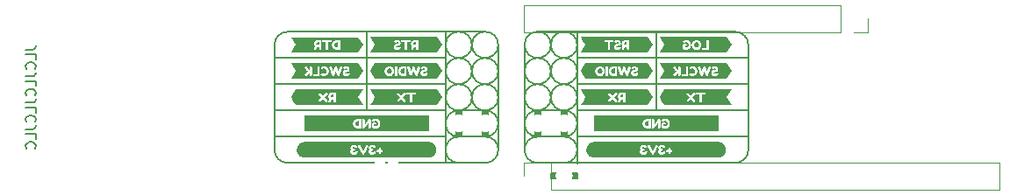
<source format=gbr>
%TF.GenerationSoftware,KiCad,Pcbnew,7.0.1*%
%TF.CreationDate,2023-04-19T15:23:10+02:00*%
%TF.ProjectId,rtl8762ckf-dev-board,72746c38-3736-4326-936b-662d6465762d,0.1.0*%
%TF.SameCoordinates,Original*%
%TF.FileFunction,Legend,Bot*%
%TF.FilePolarity,Positive*%
%FSLAX46Y46*%
G04 Gerber Fmt 4.6, Leading zero omitted, Abs format (unit mm)*
G04 Created by KiCad (PCBNEW 7.0.1) date 2023-04-19 15:23:10*
%MOMM*%
%LPD*%
G01*
G04 APERTURE LIST*
%ADD10C,0.150000*%
%ADD11C,0.200000*%
%ADD12C,0.120000*%
%ADD13C,0.600000*%
%ADD14O,2.000000X0.900000*%
%ADD15O,1.700000X0.900000*%
%ADD16R,1.700000X1.700000*%
%ADD17O,1.700000X1.700000*%
%ADD18R,1.000000X1.000000*%
%ADD19O,1.000000X1.000000*%
G04 APERTURE END LIST*
D10*
X199390000Y-120650000D02*
X180340000Y-120650000D01*
X154940000Y-125730000D02*
X171450000Y-125730000D01*
X199390000Y-133350001D02*
G75*
G03*
X200660001Y-132080001I0J1270001D01*
G01*
X182880000Y-130809999D02*
G75*
G03*
X182880000Y-128270001I0J1269999D01*
G01*
X154939999Y-132080000D02*
G75*
G03*
X156210000Y-133350001I1270001J0D01*
G01*
X181609999Y-127000000D02*
G75*
G03*
X181609999Y-127000000I-1269999J0D01*
G01*
X175260000Y-133350001D02*
G75*
G03*
X175260000Y-130809999I0J1270001D01*
G01*
X175260000Y-130809999D02*
G75*
G03*
X175260000Y-128270001I0J1269999D01*
G01*
X180340000Y-128269998D02*
G75*
G03*
X180340000Y-130810002I0J-1270002D01*
G01*
X182880000Y-128270001D02*
X180340000Y-128270002D01*
X171450000Y-120650000D02*
X171450000Y-133350000D01*
X180594000Y-130810000D02*
X180086000Y-130810000D01*
X180086000Y-128270000D01*
X180594000Y-128270000D01*
X180594000Y-130810000D01*
G36*
X180594000Y-130810000D02*
G01*
X180086000Y-130810000D01*
X180086000Y-128270000D01*
X180594000Y-128270000D01*
X180594000Y-130810000D01*
G37*
X184150000Y-130810000D02*
X200660000Y-130810000D01*
X173990000Y-124460000D02*
G75*
G03*
X173990000Y-124460000I-1270000J0D01*
G01*
X184150000Y-124460000D02*
G75*
G03*
X184150000Y-124460000I-1270000J0D01*
G01*
X184150000Y-128270000D02*
X200660000Y-128270000D01*
X175260000Y-120650000D02*
X156210000Y-120649999D01*
X173989999Y-127000000D02*
G75*
G03*
X173989999Y-127000000I-1269999J0D01*
G01*
X184150000Y-120710000D02*
X184150000Y-133410000D01*
X173990000Y-121920000D02*
G75*
G03*
X173990000Y-121920000I-1270000J0D01*
G01*
X156210000Y-133350001D02*
X175260000Y-133350001D01*
X184150000Y-125730000D02*
X200660000Y-125730000D01*
X182880000Y-133350001D02*
G75*
G03*
X182880000Y-130809999I0J1270001D01*
G01*
X184150000Y-123190000D02*
X200660000Y-123190000D01*
X180340000Y-133350001D02*
X199390000Y-133350002D01*
X154940000Y-128270000D02*
X171450000Y-128270000D01*
X181610000Y-121920000D02*
G75*
G03*
X181610000Y-121920000I-1270000J0D01*
G01*
X172720000Y-128269998D02*
G75*
G03*
X172720000Y-130810002I0J-1270002D01*
G01*
X182880000Y-130809999D02*
X180340000Y-130810000D01*
X176530001Y-127000000D02*
G75*
G03*
X176530001Y-127000000I-1270001J0D01*
G01*
X154940000Y-130810000D02*
X171450000Y-130810000D01*
X191770000Y-120650000D02*
X191770000Y-128270000D01*
X175260000Y-128270001D02*
X172720000Y-128270002D01*
X175260000Y-130809999D02*
X172720000Y-130810000D01*
X183134000Y-130810000D02*
X182626000Y-130810000D01*
X182626000Y-128270000D01*
X183134000Y-128270000D01*
X183134000Y-130810000D01*
G36*
X183134000Y-130810000D02*
G01*
X182626000Y-130810000D01*
X182626000Y-128270000D01*
X183134000Y-128270000D01*
X183134000Y-130810000D01*
G37*
X181610000Y-124460000D02*
G75*
G03*
X181610000Y-124460000I-1270000J0D01*
G01*
X179070001Y-132080000D02*
X179070000Y-121920000D01*
X176530000Y-124460000D02*
G75*
G03*
X176530000Y-124460000I-1270000J0D01*
G01*
X163830000Y-120650000D02*
X163830000Y-128270000D01*
X176530000Y-121920000D02*
G75*
G03*
X176530000Y-121920000I-1270000J0D01*
G01*
X172720000Y-130810000D02*
G75*
G03*
X172720000Y-133350000I0J-1270000D01*
G01*
X175514000Y-130810000D02*
X175006000Y-130810000D01*
X175006000Y-128270000D01*
X175514000Y-128270000D01*
X175514000Y-130810000D01*
G36*
X175514000Y-130810000D02*
G01*
X175006000Y-130810000D01*
X175006000Y-128270000D01*
X175514000Y-128270000D01*
X175514000Y-130810000D01*
G37*
X181610000Y-134366000D02*
X184150000Y-134366000D01*
X184150000Y-134874000D01*
X181610000Y-134874000D01*
X181610000Y-134366000D01*
G36*
X181610000Y-134366000D02*
G01*
X184150000Y-134366000D01*
X184150000Y-134874000D01*
X181610000Y-134874000D01*
X181610000Y-134366000D01*
G37*
X200660000Y-121920001D02*
G75*
G03*
X199390000Y-120650000I-1270000J1D01*
G01*
X154939999Y-121920000D02*
X154939999Y-132080000D01*
X154940000Y-123190000D02*
X171450000Y-123190000D01*
X200660001Y-132080001D02*
X200660001Y-121920001D01*
X180340000Y-130810000D02*
G75*
G03*
X180340000Y-133350000I0J-1270000D01*
G01*
X156210000Y-120649999D02*
G75*
G03*
X154939999Y-121920000I0J-1270001D01*
G01*
X172974000Y-130810000D02*
X172466000Y-130810000D01*
X172466000Y-128270000D01*
X172974000Y-128270000D01*
X172974000Y-130810000D01*
G36*
X172974000Y-130810000D02*
G01*
X172466000Y-130810000D01*
X172466000Y-128270000D01*
X172974000Y-128270000D01*
X172974000Y-130810000D01*
G37*
X184150001Y-127000000D02*
G75*
G03*
X184150001Y-127000000I-1270001J0D01*
G01*
X176530001Y-132080000D02*
X176530000Y-121920000D01*
X184150000Y-121920000D02*
G75*
G03*
X184150000Y-121920000I-1270000J0D01*
G01*
D11*
X130907619Y-122380951D02*
X131621904Y-122380951D01*
X131621904Y-122380951D02*
X131764761Y-122333332D01*
X131764761Y-122333332D02*
X131860000Y-122238094D01*
X131860000Y-122238094D02*
X131907619Y-122095237D01*
X131907619Y-122095237D02*
X131907619Y-121999999D01*
X131907619Y-123333332D02*
X131907619Y-122857142D01*
X131907619Y-122857142D02*
X130907619Y-122857142D01*
X131812380Y-124238094D02*
X131860000Y-124190475D01*
X131860000Y-124190475D02*
X131907619Y-124047618D01*
X131907619Y-124047618D02*
X131907619Y-123952380D01*
X131907619Y-123952380D02*
X131860000Y-123809523D01*
X131860000Y-123809523D02*
X131764761Y-123714285D01*
X131764761Y-123714285D02*
X131669523Y-123666666D01*
X131669523Y-123666666D02*
X131479047Y-123619047D01*
X131479047Y-123619047D02*
X131336190Y-123619047D01*
X131336190Y-123619047D02*
X131145714Y-123666666D01*
X131145714Y-123666666D02*
X131050476Y-123714285D01*
X131050476Y-123714285D02*
X130955238Y-123809523D01*
X130955238Y-123809523D02*
X130907619Y-123952380D01*
X130907619Y-123952380D02*
X130907619Y-124047618D01*
X130907619Y-124047618D02*
X130955238Y-124190475D01*
X130955238Y-124190475D02*
X131002857Y-124238094D01*
X130907619Y-124952380D02*
X131621904Y-124952380D01*
X131621904Y-124952380D02*
X131764761Y-124904761D01*
X131764761Y-124904761D02*
X131860000Y-124809523D01*
X131860000Y-124809523D02*
X131907619Y-124666666D01*
X131907619Y-124666666D02*
X131907619Y-124571428D01*
X131907619Y-125904761D02*
X131907619Y-125428571D01*
X131907619Y-125428571D02*
X130907619Y-125428571D01*
X131812380Y-126809523D02*
X131860000Y-126761904D01*
X131860000Y-126761904D02*
X131907619Y-126619047D01*
X131907619Y-126619047D02*
X131907619Y-126523809D01*
X131907619Y-126523809D02*
X131860000Y-126380952D01*
X131860000Y-126380952D02*
X131764761Y-126285714D01*
X131764761Y-126285714D02*
X131669523Y-126238095D01*
X131669523Y-126238095D02*
X131479047Y-126190476D01*
X131479047Y-126190476D02*
X131336190Y-126190476D01*
X131336190Y-126190476D02*
X131145714Y-126238095D01*
X131145714Y-126238095D02*
X131050476Y-126285714D01*
X131050476Y-126285714D02*
X130955238Y-126380952D01*
X130955238Y-126380952D02*
X130907619Y-126523809D01*
X130907619Y-126523809D02*
X130907619Y-126619047D01*
X130907619Y-126619047D02*
X130955238Y-126761904D01*
X130955238Y-126761904D02*
X131002857Y-126809523D01*
X130907619Y-127523809D02*
X131621904Y-127523809D01*
X131621904Y-127523809D02*
X131764761Y-127476190D01*
X131764761Y-127476190D02*
X131860000Y-127380952D01*
X131860000Y-127380952D02*
X131907619Y-127238095D01*
X131907619Y-127238095D02*
X131907619Y-127142857D01*
X131907619Y-128476190D02*
X131907619Y-128000000D01*
X131907619Y-128000000D02*
X130907619Y-128000000D01*
X131812380Y-129380952D02*
X131860000Y-129333333D01*
X131860000Y-129333333D02*
X131907619Y-129190476D01*
X131907619Y-129190476D02*
X131907619Y-129095238D01*
X131907619Y-129095238D02*
X131860000Y-128952381D01*
X131860000Y-128952381D02*
X131764761Y-128857143D01*
X131764761Y-128857143D02*
X131669523Y-128809524D01*
X131669523Y-128809524D02*
X131479047Y-128761905D01*
X131479047Y-128761905D02*
X131336190Y-128761905D01*
X131336190Y-128761905D02*
X131145714Y-128809524D01*
X131145714Y-128809524D02*
X131050476Y-128857143D01*
X131050476Y-128857143D02*
X130955238Y-128952381D01*
X130955238Y-128952381D02*
X130907619Y-129095238D01*
X130907619Y-129095238D02*
X130907619Y-129190476D01*
X130907619Y-129190476D02*
X130955238Y-129333333D01*
X130955238Y-129333333D02*
X131002857Y-129380952D01*
X130907619Y-130095238D02*
X131621904Y-130095238D01*
X131621904Y-130095238D02*
X131764761Y-130047619D01*
X131764761Y-130047619D02*
X131860000Y-129952381D01*
X131860000Y-129952381D02*
X131907619Y-129809524D01*
X131907619Y-129809524D02*
X131907619Y-129714286D01*
X131907619Y-131047619D02*
X131907619Y-130571429D01*
X131907619Y-130571429D02*
X130907619Y-130571429D01*
X131812380Y-131952381D02*
X131860000Y-131904762D01*
X131860000Y-131904762D02*
X131907619Y-131761905D01*
X131907619Y-131761905D02*
X131907619Y-131666667D01*
X131907619Y-131666667D02*
X131860000Y-131523810D01*
X131860000Y-131523810D02*
X131764761Y-131428572D01*
X131764761Y-131428572D02*
X131669523Y-131380953D01*
X131669523Y-131380953D02*
X131479047Y-131333334D01*
X131479047Y-131333334D02*
X131336190Y-131333334D01*
X131336190Y-131333334D02*
X131145714Y-131380953D01*
X131145714Y-131380953D02*
X131050476Y-131428572D01*
X131050476Y-131428572D02*
X130955238Y-131523810D01*
X130955238Y-131523810D02*
X130907619Y-131666667D01*
X130907619Y-131666667D02*
X130907619Y-131761905D01*
X130907619Y-131761905D02*
X130955238Y-131904762D01*
X130955238Y-131904762D02*
X131002857Y-131952381D01*
%TO.C,kibuzzard-641C73CF*%
G36*
X188571505Y-126989840D02*
G01*
X188408945Y-126989840D01*
X188335285Y-126961900D01*
X188298455Y-126878080D01*
X188335285Y-126793625D01*
X188411485Y-126765050D01*
X188571505Y-126765050D01*
X188571505Y-126989840D01*
G37*
G36*
X187255150Y-127748453D02*
G01*
X185225697Y-127748453D01*
X184961113Y-127748453D01*
X184462144Y-127748453D01*
X184719813Y-127361950D01*
X187123705Y-127361950D01*
X187172600Y-127439420D01*
X187255150Y-127483870D01*
X187333255Y-127433070D01*
X187574555Y-127156210D01*
X187815855Y-127433070D01*
X187893960Y-127483870D01*
X187976510Y-127438785D01*
X188015067Y-127379730D01*
X188064775Y-127379730D01*
X188084460Y-127424180D01*
X188143515Y-127461010D01*
X188208920Y-127478790D01*
X188249560Y-127466725D01*
X188273055Y-127441960D01*
X188289706Y-127405694D01*
X188322726Y-127329071D01*
X188372115Y-127212090D01*
X188411485Y-127214630D01*
X188571505Y-127214630D01*
X188571505Y-127358140D01*
X188573410Y-127401955D01*
X188585475Y-127435610D01*
X188619130Y-127461328D01*
X188684535Y-127469900D01*
X188755020Y-127458152D01*
X188788675Y-127422910D01*
X188796295Y-127356870D01*
X188796295Y-126652020D01*
X188794390Y-126608205D01*
X188782325Y-126574550D01*
X188748670Y-126548833D01*
X188683265Y-126540260D01*
X188408945Y-126540260D01*
X188335144Y-126549291D01*
X188262754Y-126576384D01*
X188191775Y-126621540D01*
X188145420Y-126667895D01*
X188107955Y-126728220D01*
X188083190Y-126799340D01*
X188074935Y-126878080D01*
X188085518Y-126968109D01*
X188117268Y-127046849D01*
X188170185Y-127114300D01*
X188148172Y-127166370D01*
X188119385Y-127232833D01*
X188083825Y-127313690D01*
X188064775Y-127379730D01*
X188015067Y-127379730D01*
X188026675Y-127361950D01*
X187982225Y-127280670D01*
X187726955Y-127000000D01*
X187982225Y-126719330D01*
X188026675Y-126639320D01*
X187977145Y-126561215D01*
X187893960Y-126516130D01*
X187815855Y-126566930D01*
X187574555Y-126843790D01*
X187333255Y-126566930D01*
X187255150Y-126516130D01*
X187173235Y-126560580D01*
X187123705Y-126639320D01*
X187166885Y-126719330D01*
X187422155Y-127000000D01*
X187166885Y-127280670D01*
X187123705Y-127361950D01*
X184719813Y-127361950D01*
X184961113Y-127000000D01*
X184462144Y-126251547D01*
X184961113Y-126251547D01*
X185225697Y-126251547D01*
X190694303Y-126251547D01*
X190958887Y-126251547D01*
X191457856Y-127000000D01*
X190958887Y-127748453D01*
X190694303Y-127748453D01*
X188208920Y-127748453D01*
X187255150Y-127748453D01*
G37*
%TO.C,kibuzzard-641C73D3*%
G36*
X194795775Y-127748453D02*
G01*
X192845697Y-127748453D01*
X192581113Y-127748453D01*
X192323444Y-127361950D01*
X194664330Y-127361950D01*
X194713225Y-127439420D01*
X194795775Y-127483870D01*
X194873880Y-127433070D01*
X195115180Y-127156210D01*
X195356480Y-127433070D01*
X195434585Y-127483870D01*
X195517135Y-127438785D01*
X195567300Y-127361950D01*
X195522850Y-127280670D01*
X195267580Y-127000000D01*
X195522850Y-126719330D01*
X195567300Y-126639320D01*
X195562468Y-126631700D01*
X195605400Y-126631700D01*
X195611750Y-126684405D01*
X195633340Y-126711710D01*
X195698110Y-126723140D01*
X195940680Y-126723140D01*
X195940680Y-127361950D01*
X195942585Y-127405130D01*
X195954015Y-127437515D01*
X195987670Y-127463550D01*
X196051170Y-127471170D01*
X196114035Y-127463550D01*
X196147055Y-127437515D01*
X196158485Y-127404495D01*
X196160390Y-127360680D01*
X196160390Y-126723140D01*
X196404230Y-126723140D01*
X196463920Y-126713615D01*
X196489320Y-126683770D01*
X196495670Y-126630430D01*
X196489320Y-126577725D01*
X196467730Y-126550420D01*
X196402960Y-126538990D01*
X195696840Y-126538990D01*
X195637150Y-126548515D01*
X195611750Y-126578360D01*
X195605400Y-126631700D01*
X195562468Y-126631700D01*
X195517770Y-126561215D01*
X195434585Y-126516130D01*
X195356480Y-126566930D01*
X195115180Y-126843790D01*
X194873880Y-126566930D01*
X194795775Y-126516130D01*
X194713860Y-126560580D01*
X194664330Y-126639320D01*
X194707510Y-126719330D01*
X194962780Y-127000000D01*
X194707510Y-127280670D01*
X194664330Y-127361950D01*
X192323444Y-127361950D01*
X192082144Y-127000000D01*
X192581113Y-126251547D01*
X192845697Y-126251547D01*
X198314303Y-126251547D01*
X198578887Y-126251547D01*
X199077856Y-126251547D01*
X198578887Y-127000000D01*
X199077856Y-127748453D01*
X198578887Y-127748453D01*
X198314303Y-127748453D01*
X196051170Y-127748453D01*
X194795775Y-127748453D01*
G37*
D12*
%TO.C,J4*%
X179010000Y-120710000D02*
X179010000Y-118050000D01*
X209550000Y-120710000D02*
X179010000Y-120710000D01*
X209550000Y-120710000D02*
X209550000Y-118050000D01*
X210820000Y-120710000D02*
X212150000Y-120710000D01*
X212150000Y-120710000D02*
X212150000Y-119380000D01*
X209550000Y-118050000D02*
X179010000Y-118050000D01*
%TO.C,kibuzzard-641CA759*%
G36*
X160631505Y-126989840D02*
G01*
X160468945Y-126989840D01*
X160395285Y-126961900D01*
X160358455Y-126878080D01*
X160395285Y-126793625D01*
X160471485Y-126765050D01*
X160631505Y-126765050D01*
X160631505Y-126989840D01*
G37*
G36*
X159315150Y-127748453D02*
G01*
X157285697Y-127748453D01*
X157021113Y-127748453D01*
X156763444Y-127361950D01*
X159183705Y-127361950D01*
X159232600Y-127439420D01*
X159315150Y-127483870D01*
X159393255Y-127433070D01*
X159634555Y-127156210D01*
X159875855Y-127433070D01*
X159953960Y-127483870D01*
X160036510Y-127438785D01*
X160075067Y-127379730D01*
X160124775Y-127379730D01*
X160144460Y-127424180D01*
X160203515Y-127461010D01*
X160268920Y-127478790D01*
X160309560Y-127466725D01*
X160333055Y-127441960D01*
X160349706Y-127405694D01*
X160382726Y-127329071D01*
X160432115Y-127212090D01*
X160471485Y-127214630D01*
X160631505Y-127214630D01*
X160631505Y-127358140D01*
X160633410Y-127401955D01*
X160645475Y-127435610D01*
X160679130Y-127461328D01*
X160744535Y-127469900D01*
X160815020Y-127458152D01*
X160848675Y-127422910D01*
X160856295Y-127356870D01*
X160856295Y-126652020D01*
X160854390Y-126608205D01*
X160842325Y-126574550D01*
X160808670Y-126548833D01*
X160743265Y-126540260D01*
X160468945Y-126540260D01*
X160395144Y-126549291D01*
X160322754Y-126576384D01*
X160251775Y-126621540D01*
X160205420Y-126667895D01*
X160167955Y-126728220D01*
X160143190Y-126799340D01*
X160134935Y-126878080D01*
X160145518Y-126968109D01*
X160177268Y-127046849D01*
X160230185Y-127114300D01*
X160208172Y-127166370D01*
X160179385Y-127232833D01*
X160143825Y-127313690D01*
X160124775Y-127379730D01*
X160075067Y-127379730D01*
X160086675Y-127361950D01*
X160042225Y-127280670D01*
X159786955Y-127000000D01*
X160042225Y-126719330D01*
X160086675Y-126639320D01*
X160037145Y-126561215D01*
X159953960Y-126516130D01*
X159875855Y-126566930D01*
X159634555Y-126843790D01*
X159393255Y-126566930D01*
X159315150Y-126516130D01*
X159233235Y-126560580D01*
X159183705Y-126639320D01*
X159226885Y-126719330D01*
X159482155Y-127000000D01*
X159226885Y-127280670D01*
X159183705Y-127361950D01*
X156763444Y-127361950D01*
X156522144Y-127000000D01*
X157021113Y-126251547D01*
X157285697Y-126251547D01*
X162754303Y-126251547D01*
X163018887Y-126251547D01*
X163517856Y-126251547D01*
X163018887Y-127000000D01*
X163517856Y-127748453D01*
X163018887Y-127748453D01*
X162754303Y-127748453D01*
X160268920Y-127748453D01*
X159315150Y-127748453D01*
G37*
%TO.C,kibuzzard-641C73C2*%
G36*
X167462200Y-124699395D02*
G01*
X167339010Y-124699395D01*
X167252015Y-124682409D01*
X167173910Y-124631450D01*
X167118665Y-124554774D01*
X167100250Y-124460635D01*
X167118189Y-124366179D01*
X167172005Y-124288550D01*
X167249951Y-124236639D01*
X167340280Y-124219335D01*
X167462200Y-124219335D01*
X167462200Y-124699395D01*
G37*
G36*
X166111555Y-124225526D02*
G01*
X166188390Y-124278390D01*
X166228607Y-124330107D01*
X166252737Y-124391279D01*
X166260780Y-124461905D01*
X166252666Y-124532531D01*
X166228324Y-124593703D01*
X166187755Y-124645420D01*
X166110444Y-124698284D01*
X166024560Y-124715905D01*
X165938835Y-124698760D01*
X165862000Y-124647325D01*
X165821783Y-124596384D01*
X165797653Y-124535001D01*
X165789610Y-124463175D01*
X165797724Y-124391208D01*
X165822066Y-124329402D01*
X165862635Y-124277755D01*
X165939946Y-124225367D01*
X166025830Y-124207905D01*
X166111555Y-124225526D01*
G37*
G36*
X168123235Y-125205278D02*
G01*
X167342820Y-125205278D01*
X166681150Y-125205278D01*
X166022020Y-125205278D01*
X164905697Y-125205278D01*
X164641113Y-125205278D01*
X164144261Y-124460000D01*
X164146801Y-124456190D01*
X165564820Y-124456190D01*
X165573075Y-124553107D01*
X165597840Y-124642562D01*
X165639115Y-124724557D01*
X165696900Y-124799090D01*
X165766750Y-124861042D01*
X165844220Y-124905294D01*
X165929310Y-124931845D01*
X166022020Y-124940695D01*
X166114928Y-124931964D01*
X166200614Y-124905770D01*
X166279076Y-124862114D01*
X166335512Y-124813695D01*
X166568120Y-124813695D01*
X166570025Y-124858145D01*
X166582090Y-124891165D01*
X166615745Y-124916883D01*
X166681150Y-124925455D01*
X166751635Y-124913390D01*
X166785290Y-124877195D01*
X166792910Y-124812425D01*
X166792910Y-124453650D01*
X166875460Y-124453650D01*
X166883993Y-124547035D01*
X166909591Y-124633514D01*
X166952255Y-124713087D01*
X167011985Y-124785755D01*
X167083859Y-124846318D01*
X167162956Y-124889577D01*
X167249277Y-124915533D01*
X167342820Y-124924185D01*
X167575230Y-124924185D01*
X167638095Y-124916248D01*
X167671750Y-124892435D01*
X167686990Y-124811155D01*
X167686990Y-124105035D01*
X167685956Y-124080905D01*
X167756840Y-124080905D01*
X167772080Y-124143135D01*
X168015920Y-124847985D01*
X168024810Y-124869575D01*
X168058465Y-124903230D01*
X168123235Y-124924185D01*
X168188005Y-124903230D01*
X168224200Y-124861955D01*
X168372790Y-124423805D01*
X168423641Y-124574071D01*
X168463417Y-124691623D01*
X168492119Y-124776459D01*
X168509747Y-124828579D01*
X168516300Y-124847985D01*
X168527730Y-124869575D01*
X168548050Y-124894975D01*
X168617900Y-124924185D01*
X168684575Y-124905135D01*
X168719500Y-124867035D01*
X168728390Y-124847985D01*
X168804794Y-124628275D01*
X169038270Y-124628275D01*
X169046525Y-124705904D01*
X169071290Y-124773690D01*
X169109390Y-124829411D01*
X169157650Y-124870845D01*
X169227782Y-124908239D01*
X169301019Y-124930676D01*
X169377360Y-124938155D01*
X169435463Y-124934504D01*
X169490390Y-124923550D01*
X169576750Y-124887355D01*
X169633900Y-124847350D01*
X169670730Y-124808615D01*
X169682160Y-124794645D01*
X169715180Y-124721620D01*
X169701528Y-124683996D01*
X169660570Y-124635895D01*
X169593260Y-124605415D01*
X169550715Y-124621290D01*
X169494200Y-124668915D01*
X169443400Y-124710190D01*
X169382440Y-124729875D01*
X169316823Y-124719151D01*
X169277453Y-124686977D01*
X169264330Y-124633355D01*
X169296715Y-124584460D01*
X169377360Y-124555885D01*
X169427525Y-124544296D01*
X169481500Y-124527310D01*
X169535475Y-124505879D01*
X169585640Y-124480955D01*
X169629931Y-124446506D01*
X169666285Y-124396500D01*
X169690574Y-124332841D01*
X169698670Y-124257435D01*
X169689427Y-124186103D01*
X169661699Y-124121122D01*
X169615485Y-124062490D01*
X169553326Y-124016276D01*
X169477761Y-123988548D01*
X169388790Y-123979305D01*
X169315924Y-123984226D01*
X169249725Y-123998990D01*
X169162730Y-124038995D01*
X169130980Y-124063125D01*
X169091610Y-124125355D01*
X169122090Y-124195205D01*
X169165905Y-124242830D01*
X169210990Y-124258705D01*
X169277030Y-124233305D01*
X169291635Y-124220605D01*
X169311320Y-124204095D01*
X169379265Y-124187585D01*
X169447845Y-124207270D01*
X169475150Y-124261880D01*
X169442765Y-124318395D01*
X169362120Y-124347605D01*
X169311638Y-124357289D01*
X169256710Y-124371100D01*
X169201783Y-124388721D01*
X169151300Y-124409835D01*
X169107009Y-124441109D01*
X169070655Y-124489210D01*
X169046366Y-124552234D01*
X169038270Y-124628275D01*
X168804794Y-124628275D01*
X168973500Y-124143135D01*
X168987470Y-124080905D01*
X168966198Y-124035502D01*
X168902380Y-124000895D01*
X168835705Y-123988195D01*
X168789985Y-124008515D01*
X168761410Y-124070745D01*
X168621710Y-124494925D01*
X168483280Y-124077095D01*
X168458198Y-124032010D01*
X168418510Y-124003435D01*
X168365805Y-123994545D01*
X168305480Y-124015500D01*
X168269920Y-124056775D01*
X168123870Y-124497465D01*
X167984170Y-124070745D01*
X167967660Y-124027565D01*
X167944165Y-124000260D01*
X167901620Y-123986925D01*
X167841930Y-123999625D01*
X167778113Y-124035185D01*
X167756840Y-124080905D01*
X167685956Y-124080905D01*
X167685085Y-124060585D01*
X167673020Y-124027565D01*
X167639365Y-124001847D01*
X167573960Y-123993275D01*
X167339010Y-123994545D01*
X167249713Y-124002840D01*
X167165973Y-124027724D01*
X167087788Y-124069197D01*
X167015160Y-124127260D01*
X166954041Y-124197427D01*
X166910385Y-124275215D01*
X166884191Y-124360622D01*
X166875460Y-124453650D01*
X166792910Y-124453650D01*
X166792910Y-124106305D01*
X166791005Y-124062490D01*
X166778940Y-124028835D01*
X166745285Y-124003117D01*
X166679880Y-123994545D01*
X166609078Y-124006292D01*
X166574470Y-124041535D01*
X166568120Y-124107575D01*
X166568120Y-124813695D01*
X166335512Y-124813695D01*
X166350315Y-124800995D01*
X166409489Y-124727811D01*
X166451756Y-124647960D01*
X166477117Y-124561441D01*
X166485570Y-124468255D01*
X166476045Y-124366179D01*
X166447470Y-124270770D01*
X166403020Y-124186156D01*
X166345870Y-124116465D01*
X166277607Y-124060902D01*
X166199820Y-124018675D01*
X166116000Y-123992005D01*
X166029640Y-123983115D01*
X165938756Y-123991608D01*
X165854063Y-124017087D01*
X165775561Y-124059553D01*
X165703250Y-124119005D01*
X165642687Y-124191038D01*
X165599427Y-124271246D01*
X165573472Y-124359630D01*
X165564820Y-124456190D01*
X164146801Y-124456190D01*
X164641113Y-123714722D01*
X164905697Y-123714722D01*
X170374303Y-123714722D01*
X170638887Y-123714722D01*
X171135739Y-124460000D01*
X170638887Y-125205278D01*
X170374303Y-125205278D01*
X169377360Y-125205278D01*
X168123235Y-125205278D01*
G37*
%TO.C,kibuzzard-641CA6B4*%
G36*
X191030860Y-129781300D02*
G01*
X190907670Y-129781300D01*
X190820675Y-129764314D01*
X190742570Y-129713355D01*
X190687325Y-129636679D01*
X190668910Y-129542540D01*
X190686849Y-129448084D01*
X190740665Y-129370455D01*
X190818611Y-129318544D01*
X190908940Y-129301240D01*
X191030860Y-129301240D01*
X191030860Y-129781300D01*
G37*
G36*
X191470280Y-130284643D02*
G01*
X190911480Y-130284643D01*
X186036810Y-130284643D01*
X185772227Y-130284643D01*
X185772227Y-129535555D01*
X190444120Y-129535555D01*
X190452653Y-129628940D01*
X190478251Y-129715419D01*
X190520915Y-129794992D01*
X190580645Y-129867660D01*
X190652519Y-129928223D01*
X190731616Y-129971483D01*
X190817937Y-129997438D01*
X190911480Y-130006090D01*
X191143890Y-130006090D01*
X191206755Y-129998153D01*
X191240410Y-129974340D01*
X191255174Y-129895600D01*
X191357250Y-129895600D01*
X191359155Y-129940050D01*
X191371220Y-129973070D01*
X191404875Y-129998788D01*
X191470280Y-130007360D01*
X191538860Y-129999740D01*
X191570610Y-129975610D01*
X191660427Y-129855948D01*
X191739379Y-129750961D01*
X191807465Y-129660650D01*
X191864686Y-129585014D01*
X191911041Y-129524054D01*
X191946530Y-129477770D01*
X191946530Y-129895600D01*
X191948435Y-129940050D01*
X191960500Y-129973070D01*
X191994155Y-129998788D01*
X192059560Y-130007360D01*
X192123060Y-129998788D01*
X192156080Y-129973070D01*
X192168145Y-129938780D01*
X192170050Y-129894330D01*
X192170050Y-129832100D01*
X192271650Y-129832100D01*
X192307210Y-129909570D01*
X192367217Y-129957909D01*
X192440560Y-129992437D01*
X192527237Y-130013154D01*
X192627250Y-130020060D01*
X192718769Y-130011130D01*
X192804097Y-129984341D01*
X192883234Y-129939693D01*
X192956180Y-129877185D01*
X193017299Y-129802057D01*
X193060955Y-129719546D01*
X193087149Y-129629654D01*
X193095880Y-129532380D01*
X193086990Y-129435582D01*
X193060320Y-129347119D01*
X193015870Y-129266990D01*
X192953640Y-129195195D01*
X192879345Y-129136021D01*
X192798700Y-129093754D01*
X192711705Y-129068393D01*
X192618360Y-129059940D01*
X192520288Y-129070947D01*
X192425884Y-129103967D01*
X192335150Y-129159000D01*
X192300860Y-129215515D01*
X192330070Y-129287270D01*
X192377377Y-129337753D01*
X192420240Y-129354580D01*
X192497710Y-129319655D01*
X192556130Y-129293461D01*
X192624710Y-129284730D01*
X192715832Y-129301716D01*
X192796160Y-129352675D01*
X192852357Y-129431097D01*
X192871090Y-129530475D01*
X192862623Y-129600043D01*
X192837223Y-129662273D01*
X192794890Y-129717165D01*
X192713610Y-129774791D01*
X192622170Y-129794000D01*
X192555812Y-129788285D01*
X192496440Y-129771140D01*
X192496440Y-129632710D01*
X192596770Y-129632710D01*
X192652650Y-129622550D01*
X192674240Y-129592705D01*
X192679320Y-129539365D01*
X192673605Y-129485390D01*
X192652650Y-129457450D01*
X192591690Y-129446020D01*
X192368170Y-129446020D01*
X192284350Y-129481580D01*
X192271650Y-129552700D01*
X192271650Y-129832100D01*
X192170050Y-129832100D01*
X192170050Y-129185670D01*
X192157985Y-129115185D01*
X192121790Y-129085340D01*
X192059560Y-129077720D01*
X191999235Y-129084705D01*
X191968120Y-129100580D01*
X191938910Y-129133600D01*
X191854526Y-129248218D01*
X191780019Y-129349077D01*
X191715390Y-129436178D01*
X191660639Y-129509520D01*
X191615766Y-129569104D01*
X191580770Y-129614930D01*
X191580770Y-129185670D01*
X191568705Y-129115185D01*
X191532510Y-129085340D01*
X191472185Y-129077720D01*
X191413765Y-129084070D01*
X191380745Y-129099310D01*
X191364870Y-129125980D01*
X191357250Y-129190750D01*
X191357250Y-129895600D01*
X191255174Y-129895600D01*
X191255650Y-129893060D01*
X191255650Y-129186940D01*
X191253745Y-129142490D01*
X191241680Y-129109470D01*
X191208025Y-129083752D01*
X191142620Y-129075180D01*
X190907670Y-129076450D01*
X190818373Y-129084745D01*
X190734632Y-129109629D01*
X190656448Y-129151102D01*
X190583820Y-129209165D01*
X190522701Y-129279332D01*
X190479045Y-129357120D01*
X190452851Y-129442528D01*
X190444120Y-129535555D01*
X185772227Y-129535555D01*
X185772227Y-128795357D01*
X186036810Y-128795357D01*
X197503190Y-128795357D01*
X197767773Y-128795357D01*
X197767773Y-130284643D01*
X197503190Y-130284643D01*
X192627250Y-130284643D01*
X191470280Y-130284643D01*
G37*
%TO.C,kibuzzard-641CA612*%
G36*
X159249745Y-121900950D02*
G01*
X159087185Y-121900950D01*
X159013525Y-121873010D01*
X158976695Y-121789190D01*
X159013525Y-121704735D01*
X159089725Y-121676160D01*
X159249745Y-121676160D01*
X159249745Y-121900950D01*
G37*
G36*
X161072195Y-122156220D02*
G01*
X160949005Y-122156220D01*
X160862010Y-122139234D01*
X160783905Y-122088275D01*
X160728660Y-122011599D01*
X160710245Y-121917460D01*
X160728184Y-121823004D01*
X160782000Y-121745375D01*
X160859946Y-121693464D01*
X160950275Y-121676160D01*
X161072195Y-121676160D01*
X161072195Y-122156220D01*
G37*
G36*
X159990155Y-122654483D02*
G01*
X158887160Y-122654483D01*
X157285697Y-122654483D01*
X157021113Y-122654483D01*
X156531458Y-122654483D01*
X156773887Y-122290840D01*
X158743015Y-122290840D01*
X158762700Y-122335290D01*
X158821755Y-122372120D01*
X158887160Y-122389900D01*
X158927800Y-122377835D01*
X158951295Y-122353070D01*
X158967946Y-122316804D01*
X159000966Y-122240181D01*
X159050355Y-122123200D01*
X159089725Y-122125740D01*
X159249745Y-122125740D01*
X159249745Y-122269250D01*
X159251650Y-122313065D01*
X159263715Y-122346720D01*
X159297370Y-122372438D01*
X159362775Y-122381010D01*
X159433260Y-122369262D01*
X159466915Y-122334020D01*
X159474535Y-122267980D01*
X159474535Y-121563130D01*
X159473652Y-121542810D01*
X159544385Y-121542810D01*
X159550735Y-121595515D01*
X159572325Y-121622820D01*
X159637095Y-121634250D01*
X159879665Y-121634250D01*
X159879665Y-122273060D01*
X159881570Y-122316240D01*
X159893000Y-122348625D01*
X159926655Y-122374660D01*
X159990155Y-122382280D01*
X160053020Y-122374660D01*
X160086040Y-122348625D01*
X160097470Y-122315605D01*
X160099375Y-122271790D01*
X160099375Y-121910475D01*
X160485455Y-121910475D01*
X160493988Y-122003860D01*
X160519586Y-122090339D01*
X160562250Y-122169912D01*
X160621980Y-122242580D01*
X160693854Y-122303143D01*
X160772951Y-122346403D01*
X160859272Y-122372358D01*
X160952815Y-122381010D01*
X161185225Y-122381010D01*
X161248090Y-122373073D01*
X161281745Y-122349260D01*
X161296985Y-122267980D01*
X161296985Y-121561860D01*
X161295080Y-121517410D01*
X161283015Y-121484390D01*
X161249360Y-121458672D01*
X161183955Y-121450100D01*
X160949005Y-121451370D01*
X160859708Y-121459665D01*
X160775968Y-121484549D01*
X160697783Y-121526022D01*
X160625155Y-121584085D01*
X160564036Y-121654252D01*
X160520380Y-121732040D01*
X160494186Y-121817448D01*
X160485455Y-121910475D01*
X160099375Y-121910475D01*
X160099375Y-121634250D01*
X160343215Y-121634250D01*
X160402905Y-121624725D01*
X160428305Y-121594880D01*
X160434655Y-121541540D01*
X160428305Y-121488835D01*
X160406715Y-121461530D01*
X160341945Y-121450100D01*
X159635825Y-121450100D01*
X159576135Y-121459625D01*
X159550735Y-121489470D01*
X159544385Y-121542810D01*
X159473652Y-121542810D01*
X159472630Y-121519315D01*
X159460565Y-121485660D01*
X159426910Y-121459943D01*
X159361505Y-121451370D01*
X159087185Y-121451370D01*
X159013384Y-121460401D01*
X158940994Y-121487494D01*
X158870015Y-121532650D01*
X158823660Y-121579005D01*
X158786195Y-121639330D01*
X158761430Y-121710450D01*
X158753175Y-121789190D01*
X158763758Y-121879219D01*
X158795508Y-121957959D01*
X158848425Y-122025410D01*
X158826412Y-122077480D01*
X158797625Y-122143943D01*
X158762065Y-122224800D01*
X158743015Y-122290840D01*
X156773887Y-122290840D01*
X157021113Y-121920000D01*
X156531458Y-121185517D01*
X157021113Y-121185517D01*
X157285697Y-121185517D01*
X162754303Y-121185517D01*
X163018887Y-121185517D01*
X163508542Y-121920000D01*
X163018887Y-122654483D01*
X162754303Y-122654483D01*
X160952815Y-122654483D01*
X159990155Y-122654483D01*
G37*
%TO.C,kibuzzard-641C73DC*%
G36*
X192321180Y-132825278D02*
G01*
X191428370Y-132825278D01*
X190554610Y-132825278D01*
X186036810Y-132825278D01*
X185772227Y-132825278D01*
X185699177Y-132821690D01*
X185626830Y-132810958D01*
X185555884Y-132793187D01*
X185487021Y-132768547D01*
X185420905Y-132737277D01*
X185358172Y-132699676D01*
X185299427Y-132656108D01*
X185245235Y-132606991D01*
X185196119Y-132552800D01*
X185152550Y-132494054D01*
X185114950Y-132431322D01*
X185083679Y-132365206D01*
X185059040Y-132296343D01*
X185047000Y-132248275D01*
X190197740Y-132248275D01*
X190209029Y-132333577D01*
X190242896Y-132408295D01*
X190299340Y-132472430D01*
X190372859Y-132521466D01*
X190457949Y-132550888D01*
X190554610Y-132560695D01*
X190650566Y-132550817D01*
X190735232Y-132521184D01*
X190808610Y-132471795D01*
X190844487Y-132432108D01*
X190875920Y-132381625D01*
X190889890Y-132348605D01*
X190892430Y-132335905D01*
X190906400Y-132267325D01*
X190875285Y-132212080D01*
X190781940Y-132193665D01*
X190714630Y-132206365D01*
X190676530Y-132272405D01*
X190606680Y-132333365D01*
X190553340Y-132340985D01*
X190494920Y-132334159D01*
X190454280Y-132313680D01*
X190422530Y-132252085D01*
X190453645Y-132191760D01*
X190527305Y-132165725D01*
X190585090Y-132163185D01*
X190618110Y-132150485D01*
X190643827Y-132117783D01*
X190652400Y-132052695D01*
X190640652Y-131981893D01*
X190605410Y-131947285D01*
X190539370Y-131940935D01*
X190466980Y-131928552D01*
X190442850Y-131891405D01*
X190468250Y-131840605D01*
X190538735Y-131816475D01*
X190610490Y-131831715D01*
X190643510Y-131862195D01*
X190651130Y-131877435D01*
X190686690Y-131925060D01*
X190734950Y-131940935D01*
X190804800Y-131918075D01*
X190852425Y-131878387D01*
X190868300Y-131832985D01*
X190839090Y-131746625D01*
X190812480Y-131708525D01*
X190957200Y-131708525D01*
X190976250Y-131769485D01*
X191326770Y-132480685D01*
X191369315Y-132525770D01*
X191428370Y-132542915D01*
X191441070Y-132542915D01*
X191501395Y-132525770D01*
X191543940Y-132480685D01*
X191658485Y-132248275D01*
X191964310Y-132248275D01*
X191975599Y-132333577D01*
X192009466Y-132408295D01*
X192065910Y-132472430D01*
X192139429Y-132521466D01*
X192224519Y-132550888D01*
X192321180Y-132560695D01*
X192417136Y-132550817D01*
X192501802Y-132521184D01*
X192575180Y-132471795D01*
X192611057Y-132432108D01*
X192642490Y-132381625D01*
X192656460Y-132348605D01*
X192659000Y-132335905D01*
X192672970Y-132267325D01*
X192641855Y-132212080D01*
X192564604Y-132196840D01*
X192736470Y-132196840D01*
X192742820Y-132254625D01*
X192764410Y-132285105D01*
X192829180Y-132296535D01*
X192938400Y-132296535D01*
X192938400Y-132399405D01*
X192949195Y-132464175D01*
X192981580Y-132491480D01*
X193039365Y-132498465D01*
X193097150Y-132491480D01*
X193127630Y-132467985D01*
X193139060Y-132398135D01*
X193139060Y-132296535D01*
X193249550Y-132296535D01*
X193310510Y-132286375D01*
X193335910Y-132253990D01*
X193342260Y-132196205D01*
X193335275Y-132138420D01*
X193310510Y-132107305D01*
X193240660Y-132095875D01*
X193139060Y-132095875D01*
X193139060Y-131993005D01*
X193128900Y-131928235D01*
X193096515Y-131900930D01*
X193038730Y-131893945D01*
X192980945Y-131900930D01*
X192949830Y-131924425D01*
X192938400Y-131994275D01*
X192938400Y-132095875D01*
X192835530Y-132095875D01*
X192770760Y-132106670D01*
X192743455Y-132139055D01*
X192736470Y-132196840D01*
X192564604Y-132196840D01*
X192548510Y-132193665D01*
X192481200Y-132206365D01*
X192443100Y-132272405D01*
X192373250Y-132333365D01*
X192319910Y-132340985D01*
X192261490Y-132334159D01*
X192220850Y-132313680D01*
X192189100Y-132252085D01*
X192220215Y-132191760D01*
X192293875Y-132165725D01*
X192351660Y-132163185D01*
X192384680Y-132150485D01*
X192410397Y-132117783D01*
X192418970Y-132052695D01*
X192407222Y-131981893D01*
X192371980Y-131947285D01*
X192305940Y-131940935D01*
X192233550Y-131928552D01*
X192209420Y-131891405D01*
X192234820Y-131840605D01*
X192305305Y-131816475D01*
X192377060Y-131831715D01*
X192410080Y-131862195D01*
X192417700Y-131877435D01*
X192453260Y-131925060D01*
X192501520Y-131940935D01*
X192571370Y-131918075D01*
X192618995Y-131878387D01*
X192634870Y-131832985D01*
X192605660Y-131746625D01*
X192577720Y-131706620D01*
X192525015Y-131656455D01*
X192441195Y-131617085D01*
X192384204Y-131603750D01*
X192321180Y-131599305D01*
X192224378Y-131609183D01*
X192142251Y-131638816D01*
X192074800Y-131688205D01*
X192024706Y-131749941D01*
X191994649Y-131816616D01*
X191984630Y-131888230D01*
X191995637Y-131955469D01*
X192028657Y-132009021D01*
X192083690Y-132048885D01*
X192083690Y-132057775D01*
X192046225Y-132085080D01*
X192006220Y-132126355D01*
X191974787Y-132183505D01*
X191964310Y-132248275D01*
X191658485Y-132248275D01*
X191894460Y-131769485D01*
X191913510Y-131708525D01*
X191894777Y-131665980D01*
X191838580Y-131627245D01*
X191774445Y-131605655D01*
X191740790Y-131610735D01*
X191719200Y-131628515D01*
X191698245Y-131662170D01*
X191681259Y-131697730D01*
X191649350Y-131767580D01*
X191608551Y-131857274D01*
X191564895Y-131952365D01*
X191521080Y-132047456D01*
X191479805Y-132137150D01*
X191448531Y-132204936D01*
X191434720Y-132234305D01*
X191180720Y-131678045D01*
X191162940Y-131639945D01*
X191107060Y-131605655D01*
X191032130Y-131627245D01*
X190975932Y-131665980D01*
X190957200Y-131708525D01*
X190812480Y-131708525D01*
X190811150Y-131706620D01*
X190758445Y-131656455D01*
X190674625Y-131617085D01*
X190617634Y-131603750D01*
X190554610Y-131599305D01*
X190457808Y-131609183D01*
X190375681Y-131638816D01*
X190308230Y-131688205D01*
X190258136Y-131749941D01*
X190228079Y-131816616D01*
X190218060Y-131888230D01*
X190229067Y-131955469D01*
X190262087Y-132009021D01*
X190317120Y-132048885D01*
X190317120Y-132057775D01*
X190279655Y-132085080D01*
X190239650Y-132126355D01*
X190208217Y-132183505D01*
X190197740Y-132248275D01*
X185047000Y-132248275D01*
X185041269Y-132225397D01*
X185030537Y-132153050D01*
X185026948Y-132080000D01*
X185030537Y-132006950D01*
X185041269Y-131934603D01*
X185059040Y-131863657D01*
X185083679Y-131794794D01*
X185114950Y-131728678D01*
X185152550Y-131665946D01*
X185196119Y-131607200D01*
X185245235Y-131553009D01*
X185299427Y-131503892D01*
X185358172Y-131460324D01*
X185420905Y-131422723D01*
X185487021Y-131391453D01*
X185555884Y-131366813D01*
X185626830Y-131349042D01*
X185699177Y-131338310D01*
X185772227Y-131334722D01*
X186036810Y-131334722D01*
X197503190Y-131334722D01*
X197767773Y-131334722D01*
X197840823Y-131338310D01*
X197913170Y-131349042D01*
X197984116Y-131366813D01*
X198052979Y-131391453D01*
X198119095Y-131422723D01*
X198181828Y-131460324D01*
X198240573Y-131503892D01*
X198294765Y-131553009D01*
X198343881Y-131607200D01*
X198387450Y-131665946D01*
X198425050Y-131728678D01*
X198456321Y-131794794D01*
X198480960Y-131863657D01*
X198498731Y-131934603D01*
X198509463Y-132006950D01*
X198513052Y-132080000D01*
X198509463Y-132153050D01*
X198498731Y-132225397D01*
X198480960Y-132296343D01*
X198456321Y-132365206D01*
X198425050Y-132431322D01*
X198387450Y-132494054D01*
X198343881Y-132552800D01*
X198294765Y-132606991D01*
X198240573Y-132656108D01*
X198181828Y-132699676D01*
X198119095Y-132737277D01*
X198052979Y-132768547D01*
X197984116Y-132793187D01*
X197913170Y-132810958D01*
X197840823Y-132821690D01*
X197767773Y-132825278D01*
X197503190Y-132825278D01*
X193039365Y-132825278D01*
X192321180Y-132825278D01*
G37*
%TO.C,J5*%
X224850000Y-133290000D02*
X224850000Y-135950000D01*
X181610000Y-133290000D02*
X224850000Y-133290000D01*
X181610000Y-133290000D02*
X181610000Y-135950000D01*
X180340000Y-133290000D02*
X179010000Y-133290000D01*
X179010000Y-133290000D02*
X179010000Y-134620000D01*
X181610000Y-135950000D02*
X224850000Y-135950000D01*
%TO.C,kibuzzard-641C73DC*%
G36*
X164381180Y-132825278D02*
G01*
X163488370Y-132825278D01*
X162614610Y-132825278D01*
X158096810Y-132825278D01*
X157832227Y-132825278D01*
X157759177Y-132821690D01*
X157686830Y-132810958D01*
X157615884Y-132793187D01*
X157547021Y-132768547D01*
X157480905Y-132737277D01*
X157418172Y-132699676D01*
X157359427Y-132656108D01*
X157305235Y-132606991D01*
X157256119Y-132552800D01*
X157212550Y-132494054D01*
X157174950Y-132431322D01*
X157143679Y-132365206D01*
X157119040Y-132296343D01*
X157107000Y-132248275D01*
X162257740Y-132248275D01*
X162269029Y-132333577D01*
X162302896Y-132408295D01*
X162359340Y-132472430D01*
X162432859Y-132521466D01*
X162517949Y-132550888D01*
X162614610Y-132560695D01*
X162710566Y-132550817D01*
X162795232Y-132521184D01*
X162868610Y-132471795D01*
X162904487Y-132432108D01*
X162935920Y-132381625D01*
X162949890Y-132348605D01*
X162952430Y-132335905D01*
X162966400Y-132267325D01*
X162935285Y-132212080D01*
X162841940Y-132193665D01*
X162774630Y-132206365D01*
X162736530Y-132272405D01*
X162666680Y-132333365D01*
X162613340Y-132340985D01*
X162554920Y-132334159D01*
X162514280Y-132313680D01*
X162482530Y-132252085D01*
X162513645Y-132191760D01*
X162587305Y-132165725D01*
X162645090Y-132163185D01*
X162678110Y-132150485D01*
X162703827Y-132117783D01*
X162712400Y-132052695D01*
X162700652Y-131981893D01*
X162665410Y-131947285D01*
X162599370Y-131940935D01*
X162526980Y-131928552D01*
X162502850Y-131891405D01*
X162528250Y-131840605D01*
X162598735Y-131816475D01*
X162670490Y-131831715D01*
X162703510Y-131862195D01*
X162711130Y-131877435D01*
X162746690Y-131925060D01*
X162794950Y-131940935D01*
X162864800Y-131918075D01*
X162912425Y-131878387D01*
X162928300Y-131832985D01*
X162899090Y-131746625D01*
X162872480Y-131708525D01*
X163017200Y-131708525D01*
X163036250Y-131769485D01*
X163386770Y-132480685D01*
X163429315Y-132525770D01*
X163488370Y-132542915D01*
X163501070Y-132542915D01*
X163561395Y-132525770D01*
X163603940Y-132480685D01*
X163718485Y-132248275D01*
X164024310Y-132248275D01*
X164035599Y-132333577D01*
X164069466Y-132408295D01*
X164125910Y-132472430D01*
X164199429Y-132521466D01*
X164284519Y-132550888D01*
X164381180Y-132560695D01*
X164477136Y-132550817D01*
X164561802Y-132521184D01*
X164635180Y-132471795D01*
X164671057Y-132432108D01*
X164702490Y-132381625D01*
X164716460Y-132348605D01*
X164719000Y-132335905D01*
X164732970Y-132267325D01*
X164701855Y-132212080D01*
X164624604Y-132196840D01*
X164796470Y-132196840D01*
X164802820Y-132254625D01*
X164824410Y-132285105D01*
X164889180Y-132296535D01*
X164998400Y-132296535D01*
X164998400Y-132399405D01*
X165009195Y-132464175D01*
X165041580Y-132491480D01*
X165099365Y-132498465D01*
X165157150Y-132491480D01*
X165187630Y-132467985D01*
X165199060Y-132398135D01*
X165199060Y-132296535D01*
X165309550Y-132296535D01*
X165370510Y-132286375D01*
X165395910Y-132253990D01*
X165402260Y-132196205D01*
X165395275Y-132138420D01*
X165370510Y-132107305D01*
X165300660Y-132095875D01*
X165199060Y-132095875D01*
X165199060Y-131993005D01*
X165188900Y-131928235D01*
X165156515Y-131900930D01*
X165098730Y-131893945D01*
X165040945Y-131900930D01*
X165009830Y-131924425D01*
X164998400Y-131994275D01*
X164998400Y-132095875D01*
X164895530Y-132095875D01*
X164830760Y-132106670D01*
X164803455Y-132139055D01*
X164796470Y-132196840D01*
X164624604Y-132196840D01*
X164608510Y-132193665D01*
X164541200Y-132206365D01*
X164503100Y-132272405D01*
X164433250Y-132333365D01*
X164379910Y-132340985D01*
X164321490Y-132334159D01*
X164280850Y-132313680D01*
X164249100Y-132252085D01*
X164280215Y-132191760D01*
X164353875Y-132165725D01*
X164411660Y-132163185D01*
X164444680Y-132150485D01*
X164470397Y-132117783D01*
X164478970Y-132052695D01*
X164467222Y-131981893D01*
X164431980Y-131947285D01*
X164365940Y-131940935D01*
X164293550Y-131928552D01*
X164269420Y-131891405D01*
X164294820Y-131840605D01*
X164365305Y-131816475D01*
X164437060Y-131831715D01*
X164470080Y-131862195D01*
X164477700Y-131877435D01*
X164513260Y-131925060D01*
X164561520Y-131940935D01*
X164631370Y-131918075D01*
X164678995Y-131878387D01*
X164694870Y-131832985D01*
X164665660Y-131746625D01*
X164637720Y-131706620D01*
X164585015Y-131656455D01*
X164501195Y-131617085D01*
X164444204Y-131603750D01*
X164381180Y-131599305D01*
X164284378Y-131609183D01*
X164202251Y-131638816D01*
X164134800Y-131688205D01*
X164084706Y-131749941D01*
X164054649Y-131816616D01*
X164044630Y-131888230D01*
X164055637Y-131955469D01*
X164088657Y-132009021D01*
X164143690Y-132048885D01*
X164143690Y-132057775D01*
X164106225Y-132085080D01*
X164066220Y-132126355D01*
X164034787Y-132183505D01*
X164024310Y-132248275D01*
X163718485Y-132248275D01*
X163954460Y-131769485D01*
X163973510Y-131708525D01*
X163954777Y-131665980D01*
X163898580Y-131627245D01*
X163834445Y-131605655D01*
X163800790Y-131610735D01*
X163779200Y-131628515D01*
X163758245Y-131662170D01*
X163741259Y-131697730D01*
X163709350Y-131767580D01*
X163668551Y-131857274D01*
X163624895Y-131952365D01*
X163581080Y-132047456D01*
X163539805Y-132137150D01*
X163508531Y-132204936D01*
X163494720Y-132234305D01*
X163240720Y-131678045D01*
X163222940Y-131639945D01*
X163167060Y-131605655D01*
X163092130Y-131627245D01*
X163035932Y-131665980D01*
X163017200Y-131708525D01*
X162872480Y-131708525D01*
X162871150Y-131706620D01*
X162818445Y-131656455D01*
X162734625Y-131617085D01*
X162677634Y-131603750D01*
X162614610Y-131599305D01*
X162517808Y-131609183D01*
X162435681Y-131638816D01*
X162368230Y-131688205D01*
X162318136Y-131749941D01*
X162288079Y-131816616D01*
X162278060Y-131888230D01*
X162289067Y-131955469D01*
X162322087Y-132009021D01*
X162377120Y-132048885D01*
X162377120Y-132057775D01*
X162339655Y-132085080D01*
X162299650Y-132126355D01*
X162268217Y-132183505D01*
X162257740Y-132248275D01*
X157107000Y-132248275D01*
X157101269Y-132225397D01*
X157090537Y-132153050D01*
X157086948Y-132080000D01*
X157090537Y-132006950D01*
X157101269Y-131934603D01*
X157119040Y-131863657D01*
X157143679Y-131794794D01*
X157174950Y-131728678D01*
X157212550Y-131665946D01*
X157256119Y-131607200D01*
X157305235Y-131553009D01*
X157359427Y-131503892D01*
X157418172Y-131460324D01*
X157480905Y-131422723D01*
X157547021Y-131391453D01*
X157615884Y-131366813D01*
X157686830Y-131349042D01*
X157759177Y-131338310D01*
X157832227Y-131334722D01*
X158096810Y-131334722D01*
X169563190Y-131334722D01*
X169827773Y-131334722D01*
X169900823Y-131338310D01*
X169973170Y-131349042D01*
X170044116Y-131366813D01*
X170112979Y-131391453D01*
X170179095Y-131422723D01*
X170241828Y-131460324D01*
X170300573Y-131503892D01*
X170354765Y-131553009D01*
X170403881Y-131607200D01*
X170447450Y-131665946D01*
X170485050Y-131728678D01*
X170516321Y-131794794D01*
X170540960Y-131863657D01*
X170558731Y-131934603D01*
X170569463Y-132006950D01*
X170573052Y-132080000D01*
X170569463Y-132153050D01*
X170558731Y-132225397D01*
X170540960Y-132296343D01*
X170516321Y-132365206D01*
X170485050Y-132431322D01*
X170447450Y-132494054D01*
X170403881Y-132552800D01*
X170354765Y-132606991D01*
X170300573Y-132656108D01*
X170241828Y-132699676D01*
X170179095Y-132737277D01*
X170112979Y-132768547D01*
X170044116Y-132793187D01*
X169973170Y-132810958D01*
X169900823Y-132821690D01*
X169827773Y-132825278D01*
X169563190Y-132825278D01*
X165099365Y-132825278D01*
X164381180Y-132825278D01*
G37*
%TO.C,kibuzzard-641C73C2*%
G36*
X187782200Y-124699395D02*
G01*
X187659010Y-124699395D01*
X187572015Y-124682409D01*
X187493910Y-124631450D01*
X187438665Y-124554774D01*
X187420250Y-124460635D01*
X187438189Y-124366179D01*
X187492005Y-124288550D01*
X187569951Y-124236639D01*
X187660280Y-124219335D01*
X187782200Y-124219335D01*
X187782200Y-124699395D01*
G37*
G36*
X186431555Y-124225526D02*
G01*
X186508390Y-124278390D01*
X186548607Y-124330107D01*
X186572737Y-124391279D01*
X186580780Y-124461905D01*
X186572666Y-124532531D01*
X186548324Y-124593703D01*
X186507755Y-124645420D01*
X186430444Y-124698284D01*
X186344560Y-124715905D01*
X186258835Y-124698760D01*
X186182000Y-124647325D01*
X186141783Y-124596384D01*
X186117653Y-124535001D01*
X186109610Y-124463175D01*
X186117724Y-124391208D01*
X186142066Y-124329402D01*
X186182635Y-124277755D01*
X186259946Y-124225367D01*
X186345830Y-124207905D01*
X186431555Y-124225526D01*
G37*
G36*
X188443235Y-125205278D02*
G01*
X187662820Y-125205278D01*
X187001150Y-125205278D01*
X186342020Y-125205278D01*
X185225697Y-125205278D01*
X184961113Y-125205278D01*
X184464261Y-124460000D01*
X184466801Y-124456190D01*
X185884820Y-124456190D01*
X185893075Y-124553107D01*
X185917840Y-124642562D01*
X185959115Y-124724557D01*
X186016900Y-124799090D01*
X186086750Y-124861042D01*
X186164220Y-124905294D01*
X186249310Y-124931845D01*
X186342020Y-124940695D01*
X186434928Y-124931964D01*
X186520614Y-124905770D01*
X186599076Y-124862114D01*
X186655512Y-124813695D01*
X186888120Y-124813695D01*
X186890025Y-124858145D01*
X186902090Y-124891165D01*
X186935745Y-124916883D01*
X187001150Y-124925455D01*
X187071635Y-124913390D01*
X187105290Y-124877195D01*
X187112910Y-124812425D01*
X187112910Y-124453650D01*
X187195460Y-124453650D01*
X187203993Y-124547035D01*
X187229591Y-124633514D01*
X187272255Y-124713087D01*
X187331985Y-124785755D01*
X187403859Y-124846318D01*
X187482956Y-124889577D01*
X187569277Y-124915533D01*
X187662820Y-124924185D01*
X187895230Y-124924185D01*
X187958095Y-124916248D01*
X187991750Y-124892435D01*
X188006990Y-124811155D01*
X188006990Y-124105035D01*
X188005956Y-124080905D01*
X188076840Y-124080905D01*
X188092080Y-124143135D01*
X188335920Y-124847985D01*
X188344810Y-124869575D01*
X188378465Y-124903230D01*
X188443235Y-124924185D01*
X188508005Y-124903230D01*
X188544200Y-124861955D01*
X188692790Y-124423805D01*
X188743641Y-124574071D01*
X188783417Y-124691623D01*
X188812119Y-124776459D01*
X188829747Y-124828579D01*
X188836300Y-124847985D01*
X188847730Y-124869575D01*
X188868050Y-124894975D01*
X188937900Y-124924185D01*
X189004575Y-124905135D01*
X189039500Y-124867035D01*
X189048390Y-124847985D01*
X189124794Y-124628275D01*
X189358270Y-124628275D01*
X189366525Y-124705904D01*
X189391290Y-124773690D01*
X189429390Y-124829411D01*
X189477650Y-124870845D01*
X189547782Y-124908239D01*
X189621019Y-124930676D01*
X189697360Y-124938155D01*
X189755463Y-124934504D01*
X189810390Y-124923550D01*
X189896750Y-124887355D01*
X189953900Y-124847350D01*
X189990730Y-124808615D01*
X190002160Y-124794645D01*
X190035180Y-124721620D01*
X190021528Y-124683996D01*
X189980570Y-124635895D01*
X189913260Y-124605415D01*
X189870715Y-124621290D01*
X189814200Y-124668915D01*
X189763400Y-124710190D01*
X189702440Y-124729875D01*
X189636823Y-124719151D01*
X189597453Y-124686977D01*
X189584330Y-124633355D01*
X189616715Y-124584460D01*
X189697360Y-124555885D01*
X189747525Y-124544296D01*
X189801500Y-124527310D01*
X189855475Y-124505879D01*
X189905640Y-124480955D01*
X189949931Y-124446506D01*
X189986285Y-124396500D01*
X190010574Y-124332841D01*
X190018670Y-124257435D01*
X190009427Y-124186103D01*
X189981699Y-124121122D01*
X189935485Y-124062490D01*
X189873326Y-124016276D01*
X189797761Y-123988548D01*
X189708790Y-123979305D01*
X189635924Y-123984226D01*
X189569725Y-123998990D01*
X189482730Y-124038995D01*
X189450980Y-124063125D01*
X189411610Y-124125355D01*
X189442090Y-124195205D01*
X189485905Y-124242830D01*
X189530990Y-124258705D01*
X189597030Y-124233305D01*
X189611635Y-124220605D01*
X189631320Y-124204095D01*
X189699265Y-124187585D01*
X189767845Y-124207270D01*
X189795150Y-124261880D01*
X189762765Y-124318395D01*
X189682120Y-124347605D01*
X189631638Y-124357289D01*
X189576710Y-124371100D01*
X189521783Y-124388721D01*
X189471300Y-124409835D01*
X189427009Y-124441109D01*
X189390655Y-124489210D01*
X189366366Y-124552234D01*
X189358270Y-124628275D01*
X189124794Y-124628275D01*
X189293500Y-124143135D01*
X189307470Y-124080905D01*
X189286198Y-124035502D01*
X189222380Y-124000895D01*
X189155705Y-123988195D01*
X189109985Y-124008515D01*
X189081410Y-124070745D01*
X188941710Y-124494925D01*
X188803280Y-124077095D01*
X188778198Y-124032010D01*
X188738510Y-124003435D01*
X188685805Y-123994545D01*
X188625480Y-124015500D01*
X188589920Y-124056775D01*
X188443870Y-124497465D01*
X188304170Y-124070745D01*
X188287660Y-124027565D01*
X188264165Y-124000260D01*
X188221620Y-123986925D01*
X188161930Y-123999625D01*
X188098113Y-124035185D01*
X188076840Y-124080905D01*
X188005956Y-124080905D01*
X188005085Y-124060585D01*
X187993020Y-124027565D01*
X187959365Y-124001847D01*
X187893960Y-123993275D01*
X187659010Y-123994545D01*
X187569713Y-124002840D01*
X187485973Y-124027724D01*
X187407788Y-124069197D01*
X187335160Y-124127260D01*
X187274041Y-124197427D01*
X187230385Y-124275215D01*
X187204191Y-124360622D01*
X187195460Y-124453650D01*
X187112910Y-124453650D01*
X187112910Y-124106305D01*
X187111005Y-124062490D01*
X187098940Y-124028835D01*
X187065285Y-124003117D01*
X186999880Y-123994545D01*
X186929078Y-124006292D01*
X186894470Y-124041535D01*
X186888120Y-124107575D01*
X186888120Y-124813695D01*
X186655512Y-124813695D01*
X186670315Y-124800995D01*
X186729489Y-124727811D01*
X186771756Y-124647960D01*
X186797117Y-124561441D01*
X186805570Y-124468255D01*
X186796045Y-124366179D01*
X186767470Y-124270770D01*
X186723020Y-124186156D01*
X186665870Y-124116465D01*
X186597607Y-124060902D01*
X186519820Y-124018675D01*
X186436000Y-123992005D01*
X186349640Y-123983115D01*
X186258756Y-123991608D01*
X186174063Y-124017087D01*
X186095561Y-124059553D01*
X186023250Y-124119005D01*
X185962687Y-124191038D01*
X185919427Y-124271246D01*
X185893472Y-124359630D01*
X185884820Y-124456190D01*
X184466801Y-124456190D01*
X184961113Y-123714722D01*
X185225697Y-123714722D01*
X190694303Y-123714722D01*
X190958887Y-123714722D01*
X191455739Y-124460000D01*
X190958887Y-125205278D01*
X190694303Y-125205278D01*
X189697360Y-125205278D01*
X188443235Y-125205278D01*
G37*
%TO.C,kibuzzard-641CA619*%
G36*
X168609010Y-121905395D02*
G01*
X168446450Y-121905395D01*
X168372790Y-121877455D01*
X168335960Y-121793635D01*
X168372790Y-121709180D01*
X168448990Y-121680605D01*
X168609010Y-121680605D01*
X168609010Y-121905395D01*
G37*
G36*
X167619680Y-122664008D02*
G01*
X166785290Y-122664008D01*
X164905697Y-122664008D01*
X164641113Y-122664008D01*
X164145108Y-122664008D01*
X164528083Y-122089545D01*
X166446200Y-122089545D01*
X166454455Y-122167174D01*
X166479220Y-122234960D01*
X166517320Y-122290681D01*
X166565580Y-122332115D01*
X166635712Y-122369509D01*
X166708949Y-122391946D01*
X166785290Y-122399425D01*
X166843392Y-122395774D01*
X166898320Y-122384820D01*
X166984680Y-122348625D01*
X167041830Y-122308620D01*
X167078660Y-122269885D01*
X167090090Y-122255915D01*
X167123110Y-122182890D01*
X167109457Y-122145266D01*
X167068500Y-122097165D01*
X167001190Y-122066685D01*
X166958645Y-122082560D01*
X166902130Y-122130185D01*
X166851330Y-122171460D01*
X166790370Y-122191145D01*
X166724753Y-122180421D01*
X166685383Y-122148247D01*
X166672260Y-122094625D01*
X166704645Y-122045730D01*
X166785290Y-122017155D01*
X166835455Y-122005566D01*
X166889430Y-121988580D01*
X166943405Y-121967149D01*
X166993570Y-121942225D01*
X167037861Y-121907776D01*
X167074215Y-121857770D01*
X167098504Y-121794111D01*
X167106600Y-121718705D01*
X167097357Y-121647373D01*
X167069629Y-121582392D01*
X167041934Y-121547255D01*
X167173910Y-121547255D01*
X167180260Y-121599960D01*
X167201850Y-121627265D01*
X167266620Y-121638695D01*
X167509190Y-121638695D01*
X167509190Y-122277505D01*
X167511095Y-122320685D01*
X167522525Y-122353070D01*
X167556180Y-122379105D01*
X167619680Y-122386725D01*
X167682545Y-122379105D01*
X167715565Y-122353070D01*
X167726995Y-122320050D01*
X167728072Y-122295285D01*
X168102280Y-122295285D01*
X168121965Y-122339735D01*
X168181020Y-122376565D01*
X168246425Y-122394345D01*
X168287065Y-122382280D01*
X168310560Y-122357515D01*
X168327211Y-122321249D01*
X168360231Y-122244626D01*
X168409620Y-122127645D01*
X168448990Y-122130185D01*
X168609010Y-122130185D01*
X168609010Y-122273695D01*
X168610915Y-122317510D01*
X168622980Y-122351165D01*
X168656635Y-122376883D01*
X168722040Y-122385455D01*
X168792525Y-122373707D01*
X168826180Y-122338465D01*
X168833800Y-122272425D01*
X168833800Y-121567575D01*
X168831895Y-121523760D01*
X168819830Y-121490105D01*
X168786175Y-121464387D01*
X168720770Y-121455815D01*
X168446450Y-121455815D01*
X168372649Y-121464846D01*
X168300259Y-121491939D01*
X168229280Y-121537095D01*
X168182925Y-121583450D01*
X168145460Y-121643775D01*
X168120695Y-121714895D01*
X168112440Y-121793635D01*
X168123023Y-121883664D01*
X168154773Y-121962404D01*
X168207690Y-122029855D01*
X168185677Y-122081925D01*
X168156890Y-122148388D01*
X168121330Y-122229245D01*
X168102280Y-122295285D01*
X167728072Y-122295285D01*
X167728900Y-122276235D01*
X167728900Y-121638695D01*
X167972740Y-121638695D01*
X168032430Y-121629170D01*
X168057830Y-121599325D01*
X168064180Y-121545985D01*
X168057830Y-121493280D01*
X168036240Y-121465975D01*
X167971470Y-121454545D01*
X167265350Y-121454545D01*
X167205660Y-121464070D01*
X167180260Y-121493915D01*
X167173910Y-121547255D01*
X167041934Y-121547255D01*
X167023415Y-121523760D01*
X166961256Y-121477546D01*
X166885691Y-121449818D01*
X166796720Y-121440575D01*
X166723854Y-121445496D01*
X166657655Y-121460260D01*
X166570660Y-121500265D01*
X166538910Y-121524395D01*
X166499540Y-121586625D01*
X166530020Y-121656475D01*
X166573835Y-121704100D01*
X166618920Y-121719975D01*
X166684960Y-121694575D01*
X166699565Y-121681875D01*
X166719250Y-121665365D01*
X166787195Y-121648855D01*
X166855775Y-121668540D01*
X166883080Y-121723150D01*
X166850695Y-121779665D01*
X166770050Y-121808875D01*
X166719567Y-121818559D01*
X166664640Y-121832370D01*
X166609712Y-121849991D01*
X166559230Y-121871105D01*
X166514939Y-121902379D01*
X166478585Y-121950480D01*
X166454296Y-122013504D01*
X166446200Y-122089545D01*
X164528083Y-122089545D01*
X164641113Y-121920000D01*
X164145108Y-121175992D01*
X164641113Y-121175992D01*
X164905697Y-121175992D01*
X170374303Y-121175992D01*
X170638887Y-121175992D01*
X171134892Y-121920000D01*
X170638887Y-122664008D01*
X170374303Y-122664008D01*
X168246425Y-122664008D01*
X167619680Y-122664008D01*
G37*
%TO.C,kibuzzard-641CA754*%
G36*
X166855775Y-127748453D02*
G01*
X164905697Y-127748453D01*
X164641113Y-127748453D01*
X164142144Y-127748453D01*
X164399813Y-127361950D01*
X166724330Y-127361950D01*
X166773225Y-127439420D01*
X166855775Y-127483870D01*
X166933880Y-127433070D01*
X167175180Y-127156210D01*
X167416480Y-127433070D01*
X167494585Y-127483870D01*
X167577135Y-127438785D01*
X167627300Y-127361950D01*
X167582850Y-127280670D01*
X167327580Y-127000000D01*
X167582850Y-126719330D01*
X167627300Y-126639320D01*
X167622468Y-126631700D01*
X167665400Y-126631700D01*
X167671750Y-126684405D01*
X167693340Y-126711710D01*
X167758110Y-126723140D01*
X168000680Y-126723140D01*
X168000680Y-127361950D01*
X168002585Y-127405130D01*
X168014015Y-127437515D01*
X168047670Y-127463550D01*
X168111170Y-127471170D01*
X168174035Y-127463550D01*
X168207055Y-127437515D01*
X168218485Y-127404495D01*
X168220390Y-127360680D01*
X168220390Y-126723140D01*
X168464230Y-126723140D01*
X168523920Y-126713615D01*
X168549320Y-126683770D01*
X168555670Y-126630430D01*
X168549320Y-126577725D01*
X168527730Y-126550420D01*
X168462960Y-126538990D01*
X167756840Y-126538990D01*
X167697150Y-126548515D01*
X167671750Y-126578360D01*
X167665400Y-126631700D01*
X167622468Y-126631700D01*
X167577770Y-126561215D01*
X167494585Y-126516130D01*
X167416480Y-126566930D01*
X167175180Y-126843790D01*
X166933880Y-126566930D01*
X166855775Y-126516130D01*
X166773860Y-126560580D01*
X166724330Y-126639320D01*
X166767510Y-126719330D01*
X167022780Y-127000000D01*
X166767510Y-127280670D01*
X166724330Y-127361950D01*
X164399813Y-127361950D01*
X164641113Y-127000000D01*
X164142144Y-126251547D01*
X164641113Y-126251547D01*
X164905697Y-126251547D01*
X170374303Y-126251547D01*
X170638887Y-126251547D01*
X171137856Y-127000000D01*
X170638887Y-127748453D01*
X170374303Y-127748453D01*
X168111170Y-127748453D01*
X166855775Y-127748453D01*
G37*
%TO.C,kibuzzard-641C73C6*%
G36*
X188935360Y-121905395D02*
G01*
X188772800Y-121905395D01*
X188699140Y-121877455D01*
X188662310Y-121793635D01*
X188699140Y-121709180D01*
X188775340Y-121680605D01*
X188935360Y-121680605D01*
X188935360Y-121905395D01*
G37*
G36*
X188040010Y-122664008D02*
G01*
X187205620Y-122664008D01*
X185225697Y-122664008D01*
X184961113Y-122664008D01*
X184465108Y-122664008D01*
X184961113Y-121920000D01*
X184712617Y-121547255D01*
X186759850Y-121547255D01*
X186766200Y-121599960D01*
X186787790Y-121627265D01*
X186852560Y-121638695D01*
X187095130Y-121638695D01*
X187095130Y-122277505D01*
X187097035Y-122320685D01*
X187108465Y-122353070D01*
X187142120Y-122379105D01*
X187205620Y-122386725D01*
X187268485Y-122379105D01*
X187301505Y-122353070D01*
X187312935Y-122320050D01*
X187314840Y-122276235D01*
X187314840Y-122089545D01*
X187700920Y-122089545D01*
X187709175Y-122167174D01*
X187733940Y-122234960D01*
X187772040Y-122290681D01*
X187820300Y-122332115D01*
X187890432Y-122369509D01*
X187963669Y-122391946D01*
X188040010Y-122399425D01*
X188098112Y-122395774D01*
X188153040Y-122384820D01*
X188239400Y-122348625D01*
X188296550Y-122308620D01*
X188309229Y-122295285D01*
X188428630Y-122295285D01*
X188448315Y-122339735D01*
X188507370Y-122376565D01*
X188572775Y-122394345D01*
X188613415Y-122382280D01*
X188636910Y-122357515D01*
X188653561Y-122321249D01*
X188686581Y-122244626D01*
X188735970Y-122127645D01*
X188775340Y-122130185D01*
X188935360Y-122130185D01*
X188935360Y-122273695D01*
X188937265Y-122317510D01*
X188949330Y-122351165D01*
X188982985Y-122376883D01*
X189048390Y-122385455D01*
X189118875Y-122373707D01*
X189152530Y-122338465D01*
X189160150Y-122272425D01*
X189160150Y-121567575D01*
X189158245Y-121523760D01*
X189146180Y-121490105D01*
X189112525Y-121464387D01*
X189047120Y-121455815D01*
X188772800Y-121455815D01*
X188698999Y-121464846D01*
X188626609Y-121491939D01*
X188555630Y-121537095D01*
X188509275Y-121583450D01*
X188471810Y-121643775D01*
X188447045Y-121714895D01*
X188438790Y-121793635D01*
X188449373Y-121883664D01*
X188481123Y-121962404D01*
X188534040Y-122029855D01*
X188512027Y-122081925D01*
X188483240Y-122148388D01*
X188447680Y-122229245D01*
X188428630Y-122295285D01*
X188309229Y-122295285D01*
X188333380Y-122269885D01*
X188344810Y-122255915D01*
X188377830Y-122182890D01*
X188364178Y-122145266D01*
X188323220Y-122097165D01*
X188255910Y-122066685D01*
X188213365Y-122082560D01*
X188156850Y-122130185D01*
X188106050Y-122171460D01*
X188045090Y-122191145D01*
X187979473Y-122180421D01*
X187940103Y-122148247D01*
X187926980Y-122094625D01*
X187959365Y-122045730D01*
X188040010Y-122017155D01*
X188090175Y-122005566D01*
X188144150Y-121988580D01*
X188198125Y-121967149D01*
X188248290Y-121942225D01*
X188292581Y-121907776D01*
X188328935Y-121857770D01*
X188353224Y-121794111D01*
X188361320Y-121718705D01*
X188352077Y-121647373D01*
X188324349Y-121582392D01*
X188278135Y-121523760D01*
X188215976Y-121477546D01*
X188140411Y-121449818D01*
X188051440Y-121440575D01*
X187978574Y-121445496D01*
X187912375Y-121460260D01*
X187825380Y-121500265D01*
X187793630Y-121524395D01*
X187754260Y-121586625D01*
X187784740Y-121656475D01*
X187828555Y-121704100D01*
X187873640Y-121719975D01*
X187939680Y-121694575D01*
X187954285Y-121681875D01*
X187973970Y-121665365D01*
X188041915Y-121648855D01*
X188110495Y-121668540D01*
X188137800Y-121723150D01*
X188105415Y-121779665D01*
X188024770Y-121808875D01*
X187974287Y-121818559D01*
X187919360Y-121832370D01*
X187864433Y-121849991D01*
X187813950Y-121871105D01*
X187769659Y-121902379D01*
X187733305Y-121950480D01*
X187709016Y-122013504D01*
X187700920Y-122089545D01*
X187314840Y-122089545D01*
X187314840Y-121638695D01*
X187558680Y-121638695D01*
X187618370Y-121629170D01*
X187643770Y-121599325D01*
X187650120Y-121545985D01*
X187643770Y-121493280D01*
X187622180Y-121465975D01*
X187557410Y-121454545D01*
X186851290Y-121454545D01*
X186791600Y-121464070D01*
X186766200Y-121493915D01*
X186759850Y-121547255D01*
X184712617Y-121547255D01*
X184465108Y-121175992D01*
X184961113Y-121175992D01*
X185225697Y-121175992D01*
X190694303Y-121175992D01*
X190958887Y-121175992D01*
X191454892Y-121920000D01*
X190958887Y-122664008D01*
X190694303Y-122664008D01*
X188572775Y-122664008D01*
X188040010Y-122664008D01*
G37*
%TO.C,kibuzzard-641C73BE*%
G36*
X160604200Y-125204008D02*
G01*
X159701230Y-125204008D01*
X158736665Y-125204008D01*
X157977840Y-125204008D01*
X157285697Y-125204008D01*
X157021113Y-125204008D01*
X156525108Y-125204008D01*
X156781506Y-124819410D01*
X157843855Y-124819410D01*
X157894655Y-124895610D01*
X157977840Y-124939425D01*
X158055945Y-124886085D01*
X158335345Y-124567315D01*
X158335345Y-124814965D01*
X158337250Y-124859415D01*
X158349315Y-124892435D01*
X158382970Y-124918153D01*
X158448375Y-124926725D01*
X158518860Y-124914660D01*
X158552515Y-124878465D01*
X158557969Y-124832110D01*
X158642685Y-124832110D01*
X158649035Y-124886085D01*
X158670625Y-124914025D01*
X158736665Y-124926725D01*
X159193865Y-124926725D01*
X159264350Y-124914660D01*
X159298005Y-124878465D01*
X159305625Y-124813695D01*
X159305625Y-124143770D01*
X159388175Y-124143770D01*
X159414845Y-124214255D01*
X159461835Y-124265690D01*
X159503745Y-124282835D01*
X159568515Y-124254895D01*
X159630745Y-124222510D01*
X159710755Y-124211715D01*
X159792670Y-124226002D01*
X159873315Y-124268865D01*
X159936815Y-124347605D01*
X159955865Y-124401739D01*
X159962215Y-124462540D01*
X159955865Y-124523341D01*
X159936815Y-124577475D01*
X159872045Y-124657485D01*
X159792987Y-124699395D01*
X159710755Y-124713365D01*
X159636460Y-124703205D01*
X159586295Y-124682885D01*
X159563435Y-124666375D01*
X159502475Y-124640975D01*
X159461517Y-124658755D01*
X159417385Y-124712095D01*
X159389445Y-124783215D01*
X159406590Y-124827665D01*
X159446595Y-124859415D01*
X159490410Y-124886085D01*
X159576135Y-124919105D01*
X159639794Y-124934345D01*
X159701230Y-124939425D01*
X159761872Y-124935456D01*
X159823150Y-124923550D01*
X159885697Y-124902278D01*
X159950150Y-124870210D01*
X160012221Y-124828618D01*
X160067625Y-124778770D01*
X160115091Y-124717175D01*
X160153350Y-124640340D01*
X160178591Y-124552234D01*
X160187005Y-124456825D01*
X160178750Y-124362369D01*
X160153985Y-124277120D01*
X160116361Y-124203460D01*
X160069530Y-124143770D01*
X160014444Y-124095351D01*
X159993814Y-124082175D01*
X160237805Y-124082175D01*
X160253045Y-124144405D01*
X160496885Y-124849255D01*
X160505775Y-124870845D01*
X160539430Y-124904500D01*
X160604200Y-124925455D01*
X160668970Y-124904500D01*
X160705165Y-124863225D01*
X160853755Y-124425075D01*
X160904606Y-124575341D01*
X160944382Y-124692893D01*
X160973084Y-124777729D01*
X160990712Y-124829849D01*
X160997265Y-124849255D01*
X161008695Y-124870845D01*
X161029015Y-124896245D01*
X161098865Y-124925455D01*
X161165540Y-124906405D01*
X161200465Y-124868305D01*
X161209355Y-124849255D01*
X161285759Y-124629545D01*
X161519235Y-124629545D01*
X161527490Y-124707174D01*
X161552255Y-124774960D01*
X161590355Y-124830681D01*
X161638615Y-124872115D01*
X161708747Y-124909509D01*
X161781984Y-124931946D01*
X161858325Y-124939425D01*
X161916427Y-124935774D01*
X161971355Y-124924820D01*
X162057715Y-124888625D01*
X162114865Y-124848620D01*
X162151695Y-124809885D01*
X162163125Y-124795915D01*
X162196145Y-124722890D01*
X162182493Y-124685266D01*
X162141535Y-124637165D01*
X162074225Y-124606685D01*
X162031680Y-124622560D01*
X161975165Y-124670185D01*
X161924365Y-124711460D01*
X161863405Y-124731145D01*
X161797788Y-124720421D01*
X161758418Y-124688247D01*
X161745295Y-124634625D01*
X161777680Y-124585730D01*
X161858325Y-124557155D01*
X161908490Y-124545566D01*
X161962465Y-124528580D01*
X162016440Y-124507149D01*
X162066605Y-124482225D01*
X162110896Y-124447776D01*
X162147250Y-124397770D01*
X162171539Y-124334111D01*
X162179635Y-124258705D01*
X162170392Y-124187373D01*
X162142664Y-124122392D01*
X162096450Y-124063760D01*
X162034291Y-124017546D01*
X161958726Y-123989818D01*
X161869755Y-123980575D01*
X161796889Y-123985496D01*
X161730690Y-124000260D01*
X161643695Y-124040265D01*
X161611945Y-124064395D01*
X161572575Y-124126625D01*
X161603055Y-124196475D01*
X161646870Y-124244100D01*
X161691955Y-124259975D01*
X161757995Y-124234575D01*
X161772600Y-124221875D01*
X161792285Y-124205365D01*
X161860230Y-124188855D01*
X161928810Y-124208540D01*
X161956115Y-124263150D01*
X161923730Y-124319665D01*
X161843085Y-124348875D01*
X161792602Y-124358559D01*
X161737675Y-124372370D01*
X161682747Y-124389991D01*
X161632265Y-124411105D01*
X161587974Y-124442379D01*
X161551620Y-124490480D01*
X161527331Y-124553504D01*
X161519235Y-124629545D01*
X161285759Y-124629545D01*
X161454465Y-124144405D01*
X161468435Y-124082175D01*
X161447162Y-124036772D01*
X161383345Y-124002165D01*
X161316670Y-123989465D01*
X161270950Y-124009785D01*
X161242375Y-124072015D01*
X161102675Y-124496195D01*
X160964245Y-124078365D01*
X160939162Y-124033280D01*
X160899475Y-124004705D01*
X160846770Y-123995815D01*
X160786445Y-124016770D01*
X160750885Y-124058045D01*
X160604835Y-124498735D01*
X160465135Y-124072015D01*
X160448625Y-124028835D01*
X160425130Y-124001530D01*
X160382585Y-123988195D01*
X160322895Y-124000895D01*
X160259077Y-124036455D01*
X160237805Y-124082175D01*
X159993814Y-124082175D01*
X159952055Y-124055505D01*
X159868941Y-124017405D01*
X159785544Y-123994545D01*
X159701865Y-123986925D01*
X159641699Y-123991529D01*
X159580580Y-124005340D01*
X159487235Y-124042805D01*
X159456755Y-124060585D01*
X159421195Y-124083445D01*
X159388175Y-124143770D01*
X159305625Y-124143770D01*
X159305625Y-124107575D01*
X159303720Y-124063760D01*
X159291655Y-124030105D01*
X159258000Y-124004387D01*
X159192595Y-123995815D01*
X159121792Y-124007563D01*
X159087185Y-124042805D01*
X159080835Y-124108845D01*
X159080835Y-124738765D01*
X158735395Y-124738765D01*
X158674435Y-124748290D01*
X158649035Y-124778135D01*
X158642685Y-124832110D01*
X158557969Y-124832110D01*
X158560135Y-124813695D01*
X158560135Y-124107575D01*
X158558230Y-124063760D01*
X158546165Y-124030105D01*
X158512510Y-124004387D01*
X158447105Y-123995815D01*
X158376302Y-124007563D01*
X158341695Y-124042805D01*
X158335345Y-124108845D01*
X158335345Y-124351415D01*
X158268899Y-124276485D01*
X158207735Y-124207143D01*
X158151855Y-124143389D01*
X158101259Y-124085223D01*
X158055945Y-124032645D01*
X157978475Y-123980575D01*
X157894655Y-124024390D01*
X157843855Y-124100590D01*
X157881955Y-124177425D01*
X157923865Y-124223939D01*
X157975935Y-124278390D01*
X158038165Y-124340779D01*
X158110555Y-124411105D01*
X158161355Y-124459365D01*
X158071264Y-124546916D01*
X157995302Y-124622877D01*
X157933469Y-124687251D01*
X157885765Y-124740035D01*
X157843855Y-124819410D01*
X156781506Y-124819410D01*
X157021113Y-124460000D01*
X156525108Y-123715992D01*
X157021113Y-123715992D01*
X157285697Y-123715992D01*
X162754303Y-123715992D01*
X163018887Y-123715992D01*
X163514892Y-124460000D01*
X163018887Y-125204008D01*
X162754303Y-125204008D01*
X161858325Y-125204008D01*
X160604200Y-125204008D01*
G37*
%TO.C,kibuzzard-641CA6AF*%
G36*
X163090860Y-129781300D02*
G01*
X162967670Y-129781300D01*
X162880675Y-129764314D01*
X162802570Y-129713355D01*
X162747325Y-129636679D01*
X162728910Y-129542540D01*
X162746849Y-129448084D01*
X162800665Y-129370455D01*
X162878611Y-129318544D01*
X162968940Y-129301240D01*
X163090860Y-129301240D01*
X163090860Y-129781300D01*
G37*
G36*
X163530280Y-130284643D02*
G01*
X162971480Y-130284643D01*
X158096810Y-130284643D01*
X157832227Y-130284643D01*
X157832227Y-129535555D01*
X162504120Y-129535555D01*
X162512653Y-129628940D01*
X162538251Y-129715419D01*
X162580915Y-129794992D01*
X162640645Y-129867660D01*
X162712519Y-129928223D01*
X162791616Y-129971483D01*
X162877937Y-129997438D01*
X162971480Y-130006090D01*
X163203890Y-130006090D01*
X163266755Y-129998153D01*
X163300410Y-129974340D01*
X163315174Y-129895600D01*
X163417250Y-129895600D01*
X163419155Y-129940050D01*
X163431220Y-129973070D01*
X163464875Y-129998788D01*
X163530280Y-130007360D01*
X163598860Y-129999740D01*
X163630610Y-129975610D01*
X163720427Y-129855948D01*
X163799379Y-129750961D01*
X163867465Y-129660650D01*
X163924686Y-129585014D01*
X163971041Y-129524054D01*
X164006530Y-129477770D01*
X164006530Y-129895600D01*
X164008435Y-129940050D01*
X164020500Y-129973070D01*
X164054155Y-129998788D01*
X164119560Y-130007360D01*
X164183060Y-129998788D01*
X164216080Y-129973070D01*
X164228145Y-129938780D01*
X164230050Y-129894330D01*
X164230050Y-129832100D01*
X164331650Y-129832100D01*
X164367210Y-129909570D01*
X164427217Y-129957909D01*
X164500560Y-129992437D01*
X164587237Y-130013154D01*
X164687250Y-130020060D01*
X164778769Y-130011130D01*
X164864097Y-129984341D01*
X164943234Y-129939693D01*
X165016180Y-129877185D01*
X165077299Y-129802057D01*
X165120955Y-129719546D01*
X165147149Y-129629654D01*
X165155880Y-129532380D01*
X165146990Y-129435582D01*
X165120320Y-129347119D01*
X165075870Y-129266990D01*
X165013640Y-129195195D01*
X164939345Y-129136021D01*
X164858700Y-129093754D01*
X164771705Y-129068393D01*
X164678360Y-129059940D01*
X164580288Y-129070947D01*
X164485884Y-129103967D01*
X164395150Y-129159000D01*
X164360860Y-129215515D01*
X164390070Y-129287270D01*
X164437377Y-129337753D01*
X164480240Y-129354580D01*
X164557710Y-129319655D01*
X164616130Y-129293461D01*
X164684710Y-129284730D01*
X164775832Y-129301716D01*
X164856160Y-129352675D01*
X164912357Y-129431097D01*
X164931090Y-129530475D01*
X164922623Y-129600043D01*
X164897223Y-129662273D01*
X164854890Y-129717165D01*
X164773610Y-129774791D01*
X164682170Y-129794000D01*
X164615812Y-129788285D01*
X164556440Y-129771140D01*
X164556440Y-129632710D01*
X164656770Y-129632710D01*
X164712650Y-129622550D01*
X164734240Y-129592705D01*
X164739320Y-129539365D01*
X164733605Y-129485390D01*
X164712650Y-129457450D01*
X164651690Y-129446020D01*
X164428170Y-129446020D01*
X164344350Y-129481580D01*
X164331650Y-129552700D01*
X164331650Y-129832100D01*
X164230050Y-129832100D01*
X164230050Y-129185670D01*
X164217985Y-129115185D01*
X164181790Y-129085340D01*
X164119560Y-129077720D01*
X164059235Y-129084705D01*
X164028120Y-129100580D01*
X163998910Y-129133600D01*
X163914526Y-129248218D01*
X163840019Y-129349077D01*
X163775390Y-129436178D01*
X163720639Y-129509520D01*
X163675766Y-129569104D01*
X163640770Y-129614930D01*
X163640770Y-129185670D01*
X163628705Y-129115185D01*
X163592510Y-129085340D01*
X163532185Y-129077720D01*
X163473765Y-129084070D01*
X163440745Y-129099310D01*
X163424870Y-129125980D01*
X163417250Y-129190750D01*
X163417250Y-129895600D01*
X163315174Y-129895600D01*
X163315650Y-129893060D01*
X163315650Y-129186940D01*
X163313745Y-129142490D01*
X163301680Y-129109470D01*
X163268025Y-129083752D01*
X163202620Y-129075180D01*
X162967670Y-129076450D01*
X162878373Y-129084745D01*
X162794632Y-129109629D01*
X162716448Y-129151102D01*
X162643820Y-129209165D01*
X162582701Y-129279332D01*
X162539045Y-129357120D01*
X162512851Y-129442528D01*
X162504120Y-129535555D01*
X157832227Y-129535555D01*
X157832227Y-128795357D01*
X158096810Y-128795357D01*
X169563190Y-128795357D01*
X169827773Y-128795357D01*
X169827773Y-130284643D01*
X169563190Y-130284643D01*
X164687250Y-130284643D01*
X163530280Y-130284643D01*
G37*
%TO.C,kibuzzard-641C73BE*%
G36*
X196164200Y-125204008D02*
G01*
X195261230Y-125204008D01*
X194296665Y-125204008D01*
X193537840Y-125204008D01*
X192845697Y-125204008D01*
X192581113Y-125204008D01*
X192085108Y-125204008D01*
X192341506Y-124819410D01*
X193403855Y-124819410D01*
X193454655Y-124895610D01*
X193537840Y-124939425D01*
X193615945Y-124886085D01*
X193895345Y-124567315D01*
X193895345Y-124814965D01*
X193897250Y-124859415D01*
X193909315Y-124892435D01*
X193942970Y-124918153D01*
X194008375Y-124926725D01*
X194078860Y-124914660D01*
X194112515Y-124878465D01*
X194117969Y-124832110D01*
X194202685Y-124832110D01*
X194209035Y-124886085D01*
X194230625Y-124914025D01*
X194296665Y-124926725D01*
X194753865Y-124926725D01*
X194824350Y-124914660D01*
X194858005Y-124878465D01*
X194865625Y-124813695D01*
X194865625Y-124143770D01*
X194948175Y-124143770D01*
X194974845Y-124214255D01*
X195021835Y-124265690D01*
X195063745Y-124282835D01*
X195128515Y-124254895D01*
X195190745Y-124222510D01*
X195270755Y-124211715D01*
X195352670Y-124226002D01*
X195433315Y-124268865D01*
X195496815Y-124347605D01*
X195515865Y-124401739D01*
X195522215Y-124462540D01*
X195515865Y-124523341D01*
X195496815Y-124577475D01*
X195432045Y-124657485D01*
X195352987Y-124699395D01*
X195270755Y-124713365D01*
X195196460Y-124703205D01*
X195146295Y-124682885D01*
X195123435Y-124666375D01*
X195062475Y-124640975D01*
X195021517Y-124658755D01*
X194977385Y-124712095D01*
X194949445Y-124783215D01*
X194966590Y-124827665D01*
X195006595Y-124859415D01*
X195050410Y-124886085D01*
X195136135Y-124919105D01*
X195199794Y-124934345D01*
X195261230Y-124939425D01*
X195321872Y-124935456D01*
X195383150Y-124923550D01*
X195445697Y-124902278D01*
X195510150Y-124870210D01*
X195572221Y-124828618D01*
X195627625Y-124778770D01*
X195675091Y-124717175D01*
X195713350Y-124640340D01*
X195738591Y-124552234D01*
X195747005Y-124456825D01*
X195738750Y-124362369D01*
X195713985Y-124277120D01*
X195676361Y-124203460D01*
X195629530Y-124143770D01*
X195574444Y-124095351D01*
X195553814Y-124082175D01*
X195797805Y-124082175D01*
X195813045Y-124144405D01*
X196056885Y-124849255D01*
X196065775Y-124870845D01*
X196099430Y-124904500D01*
X196164200Y-124925455D01*
X196228970Y-124904500D01*
X196265165Y-124863225D01*
X196413755Y-124425075D01*
X196464606Y-124575341D01*
X196504382Y-124692893D01*
X196533084Y-124777729D01*
X196550712Y-124829849D01*
X196557265Y-124849255D01*
X196568695Y-124870845D01*
X196589015Y-124896245D01*
X196658865Y-124925455D01*
X196725540Y-124906405D01*
X196760465Y-124868305D01*
X196769355Y-124849255D01*
X196845759Y-124629545D01*
X197079235Y-124629545D01*
X197087490Y-124707174D01*
X197112255Y-124774960D01*
X197150355Y-124830681D01*
X197198615Y-124872115D01*
X197268747Y-124909509D01*
X197341984Y-124931946D01*
X197418325Y-124939425D01*
X197476427Y-124935774D01*
X197531355Y-124924820D01*
X197617715Y-124888625D01*
X197674865Y-124848620D01*
X197711695Y-124809885D01*
X197723125Y-124795915D01*
X197756145Y-124722890D01*
X197742493Y-124685266D01*
X197701535Y-124637165D01*
X197634225Y-124606685D01*
X197591680Y-124622560D01*
X197535165Y-124670185D01*
X197484365Y-124711460D01*
X197423405Y-124731145D01*
X197357788Y-124720421D01*
X197318418Y-124688247D01*
X197305295Y-124634625D01*
X197337680Y-124585730D01*
X197418325Y-124557155D01*
X197468490Y-124545566D01*
X197522465Y-124528580D01*
X197576440Y-124507149D01*
X197626605Y-124482225D01*
X197670896Y-124447776D01*
X197707250Y-124397770D01*
X197731539Y-124334111D01*
X197739635Y-124258705D01*
X197730392Y-124187373D01*
X197702664Y-124122392D01*
X197656450Y-124063760D01*
X197594291Y-124017546D01*
X197518726Y-123989818D01*
X197429755Y-123980575D01*
X197356889Y-123985496D01*
X197290690Y-124000260D01*
X197203695Y-124040265D01*
X197171945Y-124064395D01*
X197132575Y-124126625D01*
X197163055Y-124196475D01*
X197206870Y-124244100D01*
X197251955Y-124259975D01*
X197317995Y-124234575D01*
X197332600Y-124221875D01*
X197352285Y-124205365D01*
X197420230Y-124188855D01*
X197488810Y-124208540D01*
X197516115Y-124263150D01*
X197483730Y-124319665D01*
X197403085Y-124348875D01*
X197352602Y-124358559D01*
X197297675Y-124372370D01*
X197242747Y-124389991D01*
X197192265Y-124411105D01*
X197147974Y-124442379D01*
X197111620Y-124490480D01*
X197087331Y-124553504D01*
X197079235Y-124629545D01*
X196845759Y-124629545D01*
X197014465Y-124144405D01*
X197028435Y-124082175D01*
X197007162Y-124036772D01*
X196943345Y-124002165D01*
X196876670Y-123989465D01*
X196830950Y-124009785D01*
X196802375Y-124072015D01*
X196662675Y-124496195D01*
X196524245Y-124078365D01*
X196499162Y-124033280D01*
X196459475Y-124004705D01*
X196406770Y-123995815D01*
X196346445Y-124016770D01*
X196310885Y-124058045D01*
X196164835Y-124498735D01*
X196025135Y-124072015D01*
X196008625Y-124028835D01*
X195985130Y-124001530D01*
X195942585Y-123988195D01*
X195882895Y-124000895D01*
X195819077Y-124036455D01*
X195797805Y-124082175D01*
X195553814Y-124082175D01*
X195512055Y-124055505D01*
X195428941Y-124017405D01*
X195345544Y-123994545D01*
X195261865Y-123986925D01*
X195201699Y-123991529D01*
X195140580Y-124005340D01*
X195047235Y-124042805D01*
X195016755Y-124060585D01*
X194981195Y-124083445D01*
X194948175Y-124143770D01*
X194865625Y-124143770D01*
X194865625Y-124107575D01*
X194863720Y-124063760D01*
X194851655Y-124030105D01*
X194818000Y-124004387D01*
X194752595Y-123995815D01*
X194681792Y-124007563D01*
X194647185Y-124042805D01*
X194640835Y-124108845D01*
X194640835Y-124738765D01*
X194295395Y-124738765D01*
X194234435Y-124748290D01*
X194209035Y-124778135D01*
X194202685Y-124832110D01*
X194117969Y-124832110D01*
X194120135Y-124813695D01*
X194120135Y-124107575D01*
X194118230Y-124063760D01*
X194106165Y-124030105D01*
X194072510Y-124004387D01*
X194007105Y-123995815D01*
X193936302Y-124007563D01*
X193901695Y-124042805D01*
X193895345Y-124108845D01*
X193895345Y-124351415D01*
X193828899Y-124276485D01*
X193767735Y-124207143D01*
X193711855Y-124143389D01*
X193661259Y-124085223D01*
X193615945Y-124032645D01*
X193538475Y-123980575D01*
X193454655Y-124024390D01*
X193403855Y-124100590D01*
X193441955Y-124177425D01*
X193483865Y-124223939D01*
X193535935Y-124278390D01*
X193598165Y-124340779D01*
X193670555Y-124411105D01*
X193721355Y-124459365D01*
X193631264Y-124546916D01*
X193555302Y-124622877D01*
X193493469Y-124687251D01*
X193445765Y-124740035D01*
X193403855Y-124819410D01*
X192341506Y-124819410D01*
X192581113Y-124460000D01*
X192085108Y-123715992D01*
X192581113Y-123715992D01*
X192845697Y-123715992D01*
X198314303Y-123715992D01*
X198578887Y-123715992D01*
X199074892Y-124460000D01*
X198578887Y-125204008D01*
X198314303Y-125204008D01*
X197418325Y-125204008D01*
X196164200Y-125204008D01*
G37*
%TO.C,kibuzzard-641C73CB*%
G36*
X195747005Y-121686161D02*
G01*
X195823840Y-121739025D01*
X195864057Y-121790742D01*
X195888187Y-121851914D01*
X195896230Y-121922540D01*
X195888116Y-121993166D01*
X195863774Y-122054338D01*
X195823205Y-122106055D01*
X195745894Y-122158919D01*
X195660010Y-122176540D01*
X195574285Y-122159395D01*
X195497450Y-122107960D01*
X195457233Y-122057019D01*
X195433103Y-121995636D01*
X195425060Y-121923810D01*
X195433174Y-121851843D01*
X195457516Y-121790037D01*
X195498085Y-121738390D01*
X195575396Y-121686002D01*
X195661280Y-121668540D01*
X195747005Y-121686161D01*
G37*
G36*
X195657470Y-122665913D02*
G01*
X194668140Y-122665913D01*
X192845697Y-122665913D01*
X192581113Y-122665913D01*
X192083838Y-122665913D01*
X192387226Y-122210830D01*
X194312540Y-122210830D01*
X194348100Y-122288300D01*
X194408107Y-122336639D01*
X194481450Y-122371167D01*
X194568127Y-122391884D01*
X194668140Y-122398790D01*
X194759659Y-122389860D01*
X194844987Y-122363071D01*
X194924124Y-122318423D01*
X194997070Y-122255915D01*
X195058189Y-122180787D01*
X195101845Y-122098276D01*
X195128039Y-122008384D01*
X195136257Y-121916825D01*
X195200270Y-121916825D01*
X195208525Y-122013742D01*
X195233290Y-122103197D01*
X195274565Y-122185192D01*
X195332350Y-122259725D01*
X195402200Y-122321677D01*
X195479670Y-122365929D01*
X195564760Y-122392480D01*
X195657470Y-122401330D01*
X195750378Y-122392599D01*
X195836064Y-122366405D01*
X195914526Y-122322749D01*
X195950978Y-122291475D01*
X196184520Y-122291475D01*
X196190870Y-122345450D01*
X196212460Y-122373390D01*
X196278500Y-122386090D01*
X196735700Y-122386090D01*
X196806185Y-122374025D01*
X196839840Y-122337830D01*
X196847460Y-122273060D01*
X196847460Y-121566940D01*
X196845555Y-121523125D01*
X196833490Y-121489470D01*
X196799835Y-121463752D01*
X196734430Y-121455180D01*
X196663628Y-121466927D01*
X196629020Y-121502170D01*
X196622670Y-121568210D01*
X196622670Y-122198130D01*
X196277230Y-122198130D01*
X196216270Y-122207655D01*
X196190870Y-122237500D01*
X196184520Y-122291475D01*
X195950978Y-122291475D01*
X195985765Y-122261630D01*
X196044939Y-122188446D01*
X196087206Y-122108595D01*
X196112567Y-122022076D01*
X196121020Y-121928890D01*
X196111495Y-121826814D01*
X196082920Y-121731405D01*
X196038470Y-121646791D01*
X195981320Y-121577100D01*
X195913057Y-121521537D01*
X195835270Y-121479310D01*
X195751450Y-121452640D01*
X195665090Y-121443750D01*
X195574206Y-121452243D01*
X195489512Y-121477722D01*
X195411011Y-121520188D01*
X195338700Y-121579640D01*
X195278137Y-121651673D01*
X195234877Y-121731881D01*
X195208922Y-121820265D01*
X195200270Y-121916825D01*
X195136257Y-121916825D01*
X195136770Y-121911110D01*
X195127880Y-121814312D01*
X195101210Y-121725849D01*
X195056760Y-121645720D01*
X194994530Y-121573925D01*
X194920235Y-121514751D01*
X194839590Y-121472484D01*
X194752595Y-121447123D01*
X194659250Y-121438670D01*
X194561178Y-121449677D01*
X194466774Y-121482697D01*
X194376040Y-121537730D01*
X194341750Y-121594245D01*
X194370960Y-121666000D01*
X194418267Y-121716482D01*
X194461130Y-121733310D01*
X194538600Y-121698385D01*
X194597020Y-121672191D01*
X194665600Y-121663460D01*
X194756722Y-121680446D01*
X194837050Y-121731405D01*
X194893247Y-121809827D01*
X194911980Y-121909205D01*
X194903513Y-121978773D01*
X194878113Y-122041003D01*
X194835780Y-122095895D01*
X194754500Y-122153521D01*
X194663060Y-122172730D01*
X194596702Y-122167015D01*
X194537330Y-122149870D01*
X194537330Y-122011440D01*
X194637660Y-122011440D01*
X194693540Y-122001280D01*
X194715130Y-121971435D01*
X194720210Y-121918095D01*
X194714495Y-121864120D01*
X194693540Y-121836180D01*
X194632580Y-121824750D01*
X194409060Y-121824750D01*
X194325240Y-121860310D01*
X194312540Y-121931430D01*
X194312540Y-122210830D01*
X192387226Y-122210830D01*
X192581113Y-121920000D01*
X192083838Y-121174087D01*
X192581113Y-121174087D01*
X192845697Y-121174087D01*
X198314303Y-121174087D01*
X198578887Y-121174087D01*
X199076162Y-121920000D01*
X198578887Y-122665913D01*
X198314303Y-122665913D01*
X196278500Y-122665913D01*
X195657470Y-122665913D01*
G37*
%TD*%
%LPC*%
D13*
%TO.C,J7*%
X132895000Y-124110000D03*
X132895000Y-129890000D03*
D14*
X133375000Y-122680000D03*
D15*
X129205000Y-122680000D03*
D14*
X133375000Y-131320000D03*
D15*
X129205000Y-131320000D03*
%TD*%
D16*
%TO.C,J2*%
X175260000Y-132080000D03*
D17*
X172720000Y-132080000D03*
X175260000Y-129540000D03*
X172720000Y-129540000D03*
X175260000Y-127000000D03*
X172720000Y-127000000D03*
X175260000Y-124460000D03*
X172720000Y-124460000D03*
X175260000Y-121920000D03*
X172720000Y-121920000D03*
%TD*%
D16*
%TO.C,J3*%
X180340000Y-132080000D03*
D17*
X182880000Y-132080000D03*
X180340000Y-129540000D03*
X182880000Y-129540000D03*
X180340000Y-127000000D03*
X182880000Y-127000000D03*
X180340000Y-124460000D03*
X182880000Y-124460000D03*
X180340000Y-121920000D03*
X182880000Y-121920000D03*
%TD*%
D18*
%TO.C,J1*%
X166370000Y-133350000D03*
D19*
X165100000Y-133350000D03*
%TD*%
D16*
%TO.C,J4*%
X210820000Y-119380000D03*
D17*
X208280000Y-119380000D03*
X205740000Y-119380000D03*
X203200000Y-119380000D03*
X200660000Y-119380000D03*
X198120000Y-119380000D03*
X195580000Y-119380000D03*
X193040000Y-119380000D03*
X190500000Y-119380000D03*
X187960000Y-119380000D03*
X185420000Y-119380000D03*
X182880000Y-119380000D03*
X180340000Y-119380000D03*
%TD*%
D16*
%TO.C,J5*%
X180340000Y-134620000D03*
D17*
X182880000Y-134620000D03*
X185420000Y-134620000D03*
X187960000Y-134620000D03*
X190500000Y-134620000D03*
X193040000Y-134620000D03*
X195580000Y-134620000D03*
X198120000Y-134620000D03*
X200660000Y-134620000D03*
X203200000Y-134620000D03*
X205740000Y-134620000D03*
X208280000Y-134620000D03*
X210820000Y-134620000D03*
X213360000Y-134620000D03*
X215900000Y-134620000D03*
X218440000Y-134620000D03*
X220980000Y-134620000D03*
X223520000Y-134620000D03*
%TD*%
M02*

</source>
